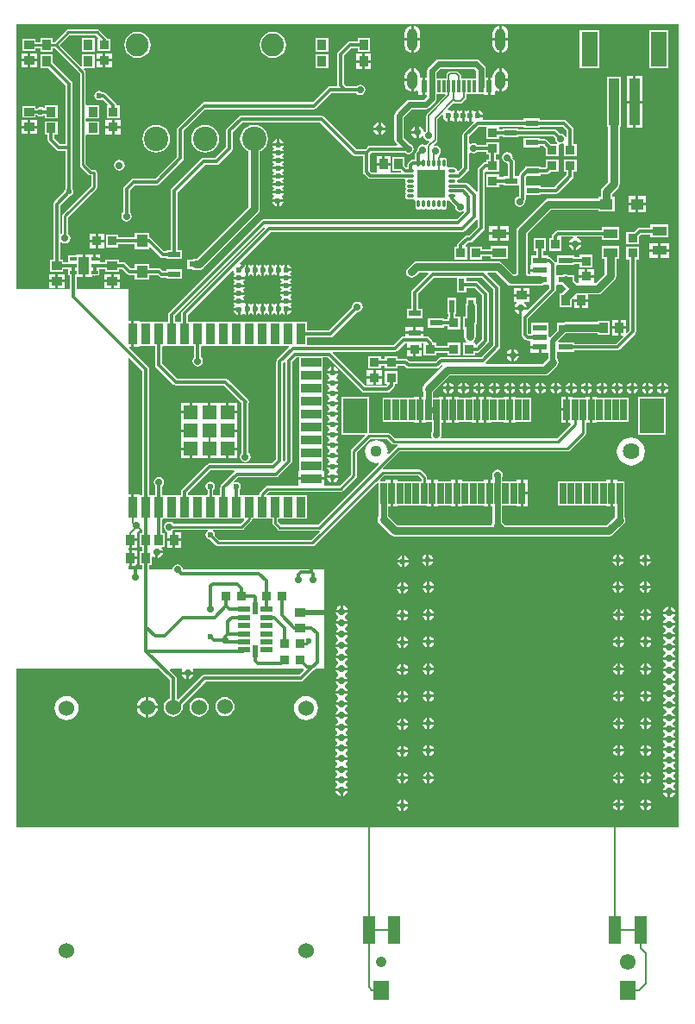
<source format=gtl>
G04 Layer_Physical_Order=1*
G04 Layer_Color=255*
%FSLAX25Y25*%
%MOIN*%
G70*
G01*
G75*
%ADD10R,0.03740X0.03543*%
%ADD11R,0.03543X0.03937*%
%ADD12R,0.03937X0.03347*%
%ADD13R,0.05512X0.03740*%
%ADD14R,0.03543X0.03740*%
%ADD15R,0.04508X0.02165*%
%ADD16R,0.02165X0.04508*%
%ADD17R,0.04921X0.02362*%
%ADD18R,0.04409X0.04882*%
%ADD19R,0.05236X0.05236*%
%ADD20R,0.03543X0.07874*%
%ADD21R,0.07874X0.03543*%
%ADD22R,0.02362X0.04921*%
%ADD23R,0.02362X0.04724*%
%ADD24R,0.01181X0.04724*%
%ADD25O,0.01102X0.03150*%
%ADD26O,0.03150X0.01102*%
%ADD27R,0.10630X0.10630*%
%ADD28R,0.05512X0.02362*%
%ADD29R,0.03347X0.03937*%
%ADD30R,0.04724X0.10630*%
%ADD31R,0.05906X0.07480*%
%ADD32R,0.02559X0.01378*%
%ADD33R,0.04331X0.06693*%
%ADD34R,0.04882X0.04409*%
%ADD35R,0.06299X0.13386*%
%ADD36R,0.03937X0.18110*%
%ADD37R,0.02500X0.08300*%
%ADD38R,0.09600X0.13200*%
%ADD39C,0.01000*%
%ADD40C,0.01181*%
%ADD41C,0.01378*%
%ADD42C,0.03150*%
%ADD43C,0.00591*%
%ADD44C,0.02362*%
%ADD45C,0.00500*%
%ADD46C,0.00602*%
%ADD47C,0.01969*%
%ADD48O,0.03937X0.07087*%
%ADD49O,0.03937X0.08661*%
%ADD50C,0.06102*%
%ADD51C,0.04134*%
%ADD52C,0.06000*%
%ADD53C,0.09449*%
%ADD54C,0.08858*%
%ADD55C,0.06402*%
%ADD56C,0.04402*%
%ADD57C,0.02362*%
%ADD58C,0.02756*%
G36*
X256000Y393800D02*
X256000Y83300D01*
X35Y83300D01*
X35Y144600D01*
X55013D01*
X59245Y140368D01*
Y133231D01*
X58754Y133028D01*
X57997Y132448D01*
X57417Y131691D01*
X57052Y130811D01*
X56928Y129866D01*
X57052Y128921D01*
X57417Y128040D01*
X57997Y127284D01*
X58754Y126704D01*
X59634Y126339D01*
X60579Y126215D01*
X61524Y126339D01*
X62405Y126704D01*
X63161Y127284D01*
X63741Y128040D01*
X64106Y128921D01*
X64230Y129866D01*
X64128Y130641D01*
X73153Y139665D01*
X109800D01*
X110311Y139767D01*
X110744Y140056D01*
X114740Y144053D01*
X114811Y144067D01*
X115244Y144356D01*
X115487Y144600D01*
X118800D01*
X118800Y183100D01*
X64267D01*
X64132Y183780D01*
X63690Y184440D01*
X63030Y184882D01*
X62250Y185037D01*
X61470Y184882D01*
X60810Y184440D01*
X60368Y183780D01*
X60233Y183100D01*
X51255D01*
Y184876D01*
X52214D01*
Y187766D01*
X52714Y188033D01*
X53272Y187660D01*
X53700Y187575D01*
Y189900D01*
X54200D01*
Y190400D01*
X56525D01*
X56440Y190828D01*
X56074Y191376D01*
X56341Y191876D01*
X57309D01*
Y197053D01*
X56256D01*
Y202290D01*
X56609Y202644D01*
X57313Y202644D01*
X57812Y202644D01*
X62029D01*
X62313Y202644D01*
X62813Y202644D01*
X67029D01*
X67313Y202644D01*
X67813Y202644D01*
X72029D01*
X72312Y202644D01*
X72812Y202644D01*
X77029D01*
X77312Y202644D01*
X77812Y202644D01*
X82029D01*
X82313Y202644D01*
X82812Y202644D01*
X87029D01*
X87313Y202644D01*
X87875Y202644D01*
X88067Y202182D01*
X86527Y200642D01*
X60640D01*
X60440Y200940D01*
X59780Y201382D01*
X59000Y201537D01*
X58220Y201382D01*
X57560Y200940D01*
X57118Y200280D01*
X56963Y199500D01*
X57118Y198720D01*
X57560Y198060D01*
X57940Y197806D01*
X58230Y197455D01*
X58248Y197142D01*
Y194965D01*
X60421D01*
Y197433D01*
X60403D01*
X60251Y197933D01*
X60440Y198060D01*
X60640Y198358D01*
X73838D01*
X73990Y197858D01*
X73602Y197599D01*
X73203Y197003D01*
X73064Y196300D01*
X73203Y195597D01*
X73602Y195001D01*
X74197Y194603D01*
X74900Y194464D01*
X75085Y194500D01*
X77092Y192492D01*
X77463Y192245D01*
X77900Y192158D01*
X114400D01*
X114837Y192245D01*
X115208Y192492D01*
X139461Y216746D01*
X139961Y216539D01*
Y207701D01*
X139994D01*
Y203621D01*
X139763Y203276D01*
X139593Y202419D01*
X139763Y201563D01*
X140248Y200837D01*
X144668Y196418D01*
X145394Y195932D01*
X146250Y195762D01*
X229000D01*
X229856Y195932D01*
X230582Y196418D01*
X234752Y200587D01*
X235237Y201313D01*
X235407Y202169D01*
X235237Y203026D01*
X235006Y203372D01*
Y207701D01*
X235039D01*
Y217241D01*
X232270D01*
Y217621D01*
X230520D01*
Y212471D01*
Y207321D01*
X231333D01*
Y203498D01*
X228073Y200238D01*
X188927D01*
X187762Y201403D01*
Y207701D01*
X193124D01*
Y207321D01*
X194874D01*
Y212471D01*
Y217621D01*
X193124D01*
Y217241D01*
X187762D01*
Y218727D01*
X187807Y218795D01*
X187962Y219575D01*
X187807Y220354D01*
X187366Y221015D01*
X186705Y221457D01*
X185925Y221612D01*
X185146Y221457D01*
X184485Y221015D01*
X184043Y220354D01*
X183888Y219575D01*
X184043Y218795D01*
X184089Y218727D01*
Y217621D01*
X183276D01*
Y212471D01*
Y207321D01*
X184089D01*
Y201277D01*
X183858Y200931D01*
X183720Y200238D01*
X147177D01*
X143667Y203748D01*
Y207321D01*
X144480D01*
Y212471D01*
Y217621D01*
X142730D01*
Y217241D01*
X140663D01*
X140456Y217741D01*
X142073Y219358D01*
X155227D01*
X156437Y218148D01*
Y217241D01*
X147230D01*
Y217621D01*
X145480D01*
Y212471D01*
Y207321D01*
X147230D01*
Y207701D01*
X158478D01*
Y207321D01*
X160228D01*
Y212471D01*
Y217621D01*
X158721D01*
Y218621D01*
X158634Y219058D01*
X158386Y219429D01*
X156508Y221307D01*
X156137Y221555D01*
X155700Y221642D01*
X141764D01*
X141546Y222072D01*
X141540Y222125D01*
X148023Y228608D01*
X213000D01*
X213437Y228695D01*
X213808Y228942D01*
X219804Y234939D01*
X220051Y235309D01*
X220138Y235746D01*
Y239605D01*
X221646D01*
Y244755D01*
Y249905D01*
X219896D01*
Y249525D01*
X214947D01*
Y249905D01*
X213197D01*
Y244755D01*
Y239605D01*
X214033D01*
X214240Y239105D01*
X208777Y233642D01*
X164269D01*
X164001Y234142D01*
X164185Y234417D01*
X164340Y235197D01*
X164185Y235976D01*
X164140Y236045D01*
Y239605D01*
X164953D01*
Y244755D01*
Y249905D01*
X163203D01*
Y249525D01*
X160990D01*
Y251575D01*
X167427Y258012D01*
X204250D01*
X205106Y258183D01*
X205832Y258668D01*
X208832Y261668D01*
X209317Y262394D01*
X209488Y263250D01*
X209317Y264106D01*
X208886Y264753D01*
Y267209D01*
X215547D01*
Y267776D01*
X232260D01*
X232732Y267869D01*
X233133Y268137D01*
X239123Y274127D01*
X239390Y274528D01*
X239484Y275000D01*
Y302870D01*
X240740D01*
Y307653D01*
X235760D01*
Y302870D01*
X237016D01*
Y275511D01*
X236088Y274583D01*
X235626Y274775D01*
Y275990D01*
X233453D01*
Y273522D01*
X234373D01*
X234564Y273060D01*
X231749Y270244D01*
X215547D01*
Y270811D01*
X209512D01*
X209305Y271311D01*
X212247Y274252D01*
X224754D01*
Y273902D01*
X229341D01*
Y279079D01*
X224754D01*
Y278728D01*
X212171D01*
X211315Y278558D01*
X210916Y278291D01*
X208795D01*
Y275428D01*
X206205Y272837D01*
X205766Y272975D01*
X205705Y273021D01*
X205705Y274551D01*
X205705Y275051D01*
Y278291D01*
X198953D01*
Y275051D01*
X198953Y274689D01*
Y274338D01*
X198599Y273984D01*
X198011D01*
X197734Y274261D01*
Y279989D01*
X208123Y290377D01*
X208390Y290778D01*
X208484Y291250D01*
Y292802D01*
X208795Y293173D01*
X208984Y293173D01*
X210808D01*
X212481Y291500D01*
X210715Y289734D01*
X210618Y289588D01*
X210004D01*
Y284412D01*
X214591D01*
Y287280D01*
X215068Y287757D01*
X215529Y287566D01*
Y287500D01*
X218203D01*
X220876D01*
Y289262D01*
X224750D01*
X225606Y289433D01*
X226332Y289918D01*
X231144Y294729D01*
X231629Y295455D01*
X231799Y296311D01*
Y302938D01*
X232937D01*
Y307918D01*
X226186D01*
Y302938D01*
X227324D01*
Y297238D01*
X223823Y293738D01*
X223120D01*
Y295809D01*
X217380D01*
Y293738D01*
X216573D01*
X215547Y294763D01*
Y296776D01*
X213426D01*
X213028Y297042D01*
X212171Y297212D01*
X211315Y297042D01*
X210916Y296776D01*
X208984D01*
X208795Y296776D01*
X208484Y297147D01*
Y300283D01*
X208795Y300654D01*
X208984Y300654D01*
X215547D01*
Y301220D01*
X217760D01*
Y299823D01*
X222740D01*
Y304606D01*
X217760D01*
Y303689D01*
X215547D01*
Y304256D01*
X208795D01*
Y301766D01*
X208295Y301614D01*
X208123Y301873D01*
X206668Y303327D01*
X206268Y303595D01*
X205795Y303689D01*
X205705D01*
Y304256D01*
X203563D01*
Y306224D01*
X204720D01*
Y311205D01*
X199937D01*
Y306224D01*
X201095D01*
Y304256D01*
X198953D01*
Y300896D01*
X198573D01*
Y299215D01*
X202329D01*
Y298215D01*
X198573D01*
Y297212D01*
X197962D01*
Y297268D01*
X197612D01*
Y312947D01*
X206677Y322012D01*
X225034D01*
Y321425D01*
X231155D01*
Y327075D01*
X230332D01*
Y328168D01*
X232532Y330368D01*
X233017Y331094D01*
X233188Y331950D01*
Y354008D01*
X233539D01*
Y373358D01*
X228362D01*
Y354008D01*
X228712D01*
Y332877D01*
X226512Y330677D01*
X226027Y329951D01*
X225857Y329095D01*
Y327075D01*
X225034D01*
Y326488D01*
X205750D01*
X204894Y326318D01*
X204168Y325832D01*
X193792Y315456D01*
X193307Y314730D01*
X193136Y313874D01*
Y297268D01*
X192786D01*
Y297212D01*
X192052D01*
X187682Y301582D01*
X186956Y302067D01*
X186100Y302238D01*
X154750D01*
X153894Y302067D01*
X153168Y301582D01*
X151168Y299582D01*
X150682Y298856D01*
X150512Y298000D01*
X150682Y297144D01*
X151168Y296418D01*
X151894Y295933D01*
X152750Y295762D01*
X153606Y295933D01*
X154332Y296418D01*
X155677Y297762D01*
X158922D01*
X159113Y297300D01*
X152922Y291110D01*
X152633Y290677D01*
X152532Y290166D01*
Y283825D01*
X150786D01*
Y280223D01*
X156947D01*
Y283825D01*
X155201D01*
Y289613D01*
X161369Y295782D01*
X170199D01*
Y290053D01*
X173801D01*
Y291799D01*
X177113D01*
X180065Y288847D01*
Y272053D01*
X177844Y269832D01*
X177344Y270039D01*
Y270690D01*
X176593D01*
X176442Y271190D01*
X176782Y271418D01*
X177268Y272144D01*
X177438Y273000D01*
Y277632D01*
X177827Y278215D01*
X177998Y279072D01*
Y284866D01*
X177827Y285722D01*
X177561Y286121D01*
Y287947D01*
X173959D01*
Y286121D01*
X173692Y285722D01*
X173522Y284866D01*
Y280755D01*
X172561D01*
Y275775D01*
X172962D01*
Y273000D01*
X173133Y272144D01*
X173618Y271418D01*
X173958Y271190D01*
X173807Y270690D01*
X172561D01*
Y265710D01*
X177344D01*
Y266865D01*
X178100D01*
X178611Y266967D01*
X179044Y267256D01*
X182344Y270556D01*
X182633Y270989D01*
X182735Y271500D01*
Y289400D01*
X182633Y289911D01*
X182344Y290344D01*
X178610Y294078D01*
X178177Y294367D01*
X177666Y294468D01*
X173801D01*
Y295782D01*
X179831D01*
X184365Y291247D01*
Y269853D01*
X179647Y265135D01*
X164200D01*
X163689Y265033D01*
X163256Y264744D01*
X161847Y263335D01*
X152053D01*
X151319Y264068D01*
X150886Y264357D01*
X150376Y264459D01*
X147390D01*
Y265516D01*
X142410D01*
Y264459D01*
X140790D01*
Y265516D01*
X135810D01*
Y260733D01*
X140790D01*
Y261790D01*
X142410D01*
Y260733D01*
X147390D01*
Y261790D01*
X149823D01*
X150556Y261056D01*
X150989Y260767D01*
X151500Y260665D01*
X162400D01*
X162911Y260767D01*
X163344Y261056D01*
X164515Y262227D01*
X164608Y262204D01*
X164741Y261655D01*
X157571Y254486D01*
X157086Y253760D01*
X156916Y252904D01*
X157086Y252047D01*
X157317Y251701D01*
Y249905D01*
X156504D01*
Y244755D01*
Y239605D01*
X158254D01*
Y239985D01*
X160467D01*
Y236045D01*
X160421Y235976D01*
X160266Y235197D01*
X160421Y234417D01*
X160605Y234142D01*
X160338Y233642D01*
X146273D01*
X144407Y235507D01*
X144037Y235755D01*
X143600Y235842D01*
X136326D01*
Y249612D01*
X125486D01*
Y235173D01*
X134504D01*
X134696Y234711D01*
X129593Y229608D01*
X129345Y229237D01*
X129258Y228800D01*
Y219823D01*
X124827Y215392D01*
X119294D01*
X118795Y215394D01*
X118795Y215892D01*
Y217665D01*
X113858D01*
X108921D01*
X108921Y215394D01*
X108422Y215392D01*
X97000D01*
X96563Y215305D01*
X96193Y215057D01*
X94113Y212978D01*
X93866Y212608D01*
X93779Y212171D01*
Y212111D01*
X93425Y211758D01*
X92529Y211758D01*
X92029Y211758D01*
X87813D01*
X87529Y211758D01*
X87029Y211758D01*
X86155D01*
Y213638D01*
X86219Y213681D01*
X86617Y214276D01*
X86757Y214979D01*
X86617Y215682D01*
X86219Y216278D01*
X85624Y216676D01*
X84921Y216815D01*
X84356Y216703D01*
X84094Y217148D01*
X85611Y218666D01*
X100300D01*
X100772Y218760D01*
X101173Y219027D01*
X106073Y223927D01*
X106340Y224328D01*
X106434Y224800D01*
Y263289D01*
X108111Y264966D01*
X109301D01*
Y261057D01*
X109301Y260774D01*
X109301Y260274D01*
Y256057D01*
X109301Y255774D01*
X109301Y255274D01*
Y251057D01*
X109301Y250774D01*
X109301Y250274D01*
Y246057D01*
X109301Y245774D01*
X109301Y245274D01*
Y241057D01*
X109301Y240774D01*
X109301Y240274D01*
Y236057D01*
X109301Y235774D01*
X109301Y235274D01*
Y231057D01*
X109301Y230774D01*
X109301Y230274D01*
Y226057D01*
X109301Y225774D01*
X109301Y225274D01*
Y220937D01*
X108921D01*
Y218665D01*
X113858D01*
X118795D01*
Y220937D01*
X118415D01*
Y225274D01*
X118415Y225557D01*
X118415Y226057D01*
Y230274D01*
X118415Y230557D01*
X118415Y231057D01*
Y235274D01*
X118415Y235557D01*
X118415Y236057D01*
Y240274D01*
X118415Y240557D01*
X118415Y241057D01*
Y245274D01*
X118415Y245557D01*
X118415Y246057D01*
Y250274D01*
X118415Y250557D01*
X118415Y251057D01*
Y255274D01*
X118415Y255557D01*
X118415Y256057D01*
Y260274D01*
X118415Y260557D01*
X118415Y261057D01*
Y264966D01*
X120289D01*
X133427Y251827D01*
X133828Y251560D01*
X134300Y251466D01*
X143400D01*
X143872Y251560D01*
X144273Y251827D01*
X145773Y253327D01*
X146040Y253728D01*
X146134Y254200D01*
Y254827D01*
X147390D01*
Y259611D01*
X142410D01*
Y254827D01*
X143075D01*
X143282Y254327D01*
X142889Y253934D01*
X134811D01*
X122080Y266665D01*
X122287Y267165D01*
X146400D01*
X146911Y267267D01*
X147344Y267556D01*
X150153Y270365D01*
X151095D01*
Y268700D01*
X153866D01*
X156638D01*
Y270365D01*
X157380D01*
Y265710D01*
X162163D01*
Y266865D01*
X166656D01*
Y265710D01*
X171439D01*
Y270690D01*
X166656D01*
Y269535D01*
X162163D01*
Y270690D01*
X161054D01*
X161005Y270939D01*
X160715Y271372D01*
X159444Y272644D01*
X159011Y272933D01*
X158500Y273035D01*
X157327D01*
Y274005D01*
X150406D01*
Y273035D01*
X149600D01*
X149089Y272933D01*
X148656Y272644D01*
X145847Y269835D01*
X112312D01*
Y272795D01*
X121380D01*
X121891Y272897D01*
X122324Y273186D01*
X131625Y282488D01*
X131750Y282463D01*
X132530Y282618D01*
X133190Y283060D01*
X133632Y283720D01*
X133787Y284500D01*
X133632Y285280D01*
X133190Y285940D01*
X132530Y286382D01*
X131750Y286537D01*
X130970Y286382D01*
X130310Y285940D01*
X129868Y285280D01*
X129713Y284500D01*
X129738Y284375D01*
X120827Y275465D01*
X112312D01*
Y278687D01*
X107529D01*
Y278687D01*
X107313D01*
Y278687D01*
X102813D01*
X102529Y278687D01*
X102029Y278687D01*
X97812D01*
X97529Y278687D01*
X97029Y278687D01*
X92813D01*
X92529Y278687D01*
X92029Y278687D01*
X87813D01*
X87529Y278687D01*
X87029Y278687D01*
X82812D01*
X82529Y278687D01*
X82029Y278687D01*
X77812D01*
X77529Y278687D01*
X77029Y278687D01*
X72812D01*
X72529Y278687D01*
X72029Y278687D01*
X67813D01*
X67529Y278687D01*
X67029Y278687D01*
X66255D01*
Y281368D01*
X83320Y298432D01*
X83862Y298268D01*
X83946Y297849D01*
X84412Y297150D01*
X83946Y296451D01*
X83876Y296100D01*
X88124D01*
X88108Y296184D01*
X88516Y296592D01*
X88600Y296576D01*
Y298700D01*
Y300824D01*
X88249Y300755D01*
X87550Y300288D01*
X86851Y300755D01*
X86432Y300838D01*
X86268Y301380D01*
X98303Y313415D01*
X172250D01*
X172761Y313517D01*
X173194Y313806D01*
X177765Y318378D01*
X178265Y318171D01*
Y315553D01*
X174847Y312135D01*
X174100D01*
X173589Y312033D01*
X173156Y311744D01*
X170808Y309396D01*
X170519Y308963D01*
X170417Y308452D01*
Y307752D01*
X169360D01*
Y302772D01*
X174144D01*
Y307752D01*
X173646D01*
X173439Y308252D01*
X174653Y309465D01*
X175400D01*
X175911Y309567D01*
X176344Y309856D01*
X180544Y314056D01*
X180833Y314489D01*
X180935Y315000D01*
Y336516D01*
X181101Y336629D01*
X181545Y336764D01*
Y336764D01*
X186525D01*
Y341547D01*
X185370D01*
Y343453D01*
X186525D01*
Y348236D01*
X181545D01*
Y347179D01*
X178167D01*
X178096Y347285D01*
X177435Y347726D01*
X176656Y347882D01*
X175876Y347726D01*
X175585Y347532D01*
X175085Y347799D01*
Y350447D01*
X178813Y354175D01*
X181059D01*
X181545Y354142D01*
X181545Y353675D01*
Y349358D01*
X186525D01*
Y350415D01*
X187821D01*
Y349949D01*
X193982D01*
Y350415D01*
X207447D01*
X208238Y349625D01*
X208213Y349500D01*
X208368Y348720D01*
X208810Y348060D01*
X208969Y347953D01*
X208818Y347453D01*
X206531D01*
X205050Y348934D01*
X204617Y349223D01*
X204106Y349325D01*
X202250D01*
Y349791D01*
X196089D01*
Y346189D01*
X202250D01*
Y346656D01*
X203554D01*
X204545Y345664D01*
Y342670D01*
X209525D01*
Y347097D01*
X210001Y347513D01*
X210250Y347463D01*
X211030Y347618D01*
X211146Y347696D01*
X211545Y347361D01*
Y342670D01*
X216526D01*
Y347453D01*
X215370D01*
Y353215D01*
X215268Y353725D01*
X214979Y354158D01*
X212684Y356453D01*
X212251Y356743D01*
X211740Y356844D01*
X202250D01*
Y357311D01*
X196089D01*
Y356844D01*
X180381D01*
X180145Y357285D01*
X180254Y357449D01*
X180324Y357800D01*
X178200D01*
Y358300D01*
X177700D01*
Y360424D01*
X177349Y360355D01*
X176800Y359988D01*
X176251Y360355D01*
X175900Y360424D01*
Y358300D01*
Y356176D01*
X176251Y356245D01*
X176440Y356372D01*
X176495Y356340D01*
X176578Y355715D01*
X172806Y351944D01*
X172517Y351511D01*
X172415Y351000D01*
Y338553D01*
X170880Y337018D01*
X170645Y337072D01*
X170375Y337220D01*
X170302Y337586D01*
X170043Y337974D01*
X169656Y338233D01*
X169199Y338324D01*
X167152D01*
X167067Y338307D01*
X166567Y338525D01*
X166408Y339024D01*
X166415Y339060D01*
Y341107D01*
X166324Y341564D01*
X166065Y341952D01*
X165678Y342210D01*
X165221Y342301D01*
X164764Y342210D01*
X164499Y342034D01*
X164372Y342226D01*
X163858Y342568D01*
X163375Y342665D01*
X163231Y343066D01*
X163225Y343165D01*
X163440Y343310D01*
X163882Y343970D01*
X164037Y344750D01*
X163882Y345530D01*
X163440Y346190D01*
X162780Y346632D01*
X162000Y346787D01*
X161732Y346734D01*
X161162Y347125D01*
X161144Y347223D01*
X162473Y348551D01*
X162677Y348856D01*
X162748Y349216D01*
X162742Y349246D01*
Y357092D01*
X164345Y358694D01*
X164806Y358448D01*
X164776Y358300D01*
X164945Y357449D01*
X165427Y356728D01*
X166149Y356245D01*
X166500Y356176D01*
Y358300D01*
X167500D01*
Y356176D01*
X167851Y356245D01*
X168400Y356612D01*
X168949Y356245D01*
X169300Y356176D01*
Y358300D01*
Y360424D01*
X168949Y360355D01*
X168400Y359988D01*
X167851Y360355D01*
X167000Y360524D01*
X166852Y360494D01*
X166606Y360955D01*
X169047Y363396D01*
X169349Y363194D01*
X169706Y363123D01*
X171756D01*
X172113Y363194D01*
X172416Y363396D01*
X173643Y364624D01*
X173846Y364927D01*
X173917Y365284D01*
Y366808D01*
X180448D01*
Y366428D01*
X182129D01*
Y369790D01*
Y373152D01*
X181316D01*
Y376420D01*
X181176Y377123D01*
X180778Y377719D01*
X178798Y379698D01*
X178203Y380097D01*
X177500Y380236D01*
X163300D01*
X162597Y380097D01*
X162002Y379698D01*
X159283Y376980D01*
X158885Y376385D01*
X158746Y375682D01*
Y373152D01*
X157932D01*
Y369790D01*
Y366428D01*
X158746D01*
Y365843D01*
X157382Y364479D01*
X152043D01*
X151340Y364339D01*
X150744Y363941D01*
X146502Y359699D01*
X146103Y359103D01*
X145964Y358400D01*
Y349200D01*
X146103Y348497D01*
X146502Y347902D01*
X147106Y347297D01*
X146915Y346835D01*
X136700D01*
X136189Y346733D01*
X135756Y346444D01*
X135470Y346016D01*
X134789Y345335D01*
X131553D01*
X118744Y358144D01*
X118311Y358433D01*
X117800Y358535D01*
X86800D01*
X86289Y358433D01*
X85856Y358144D01*
X81456Y353744D01*
X81167Y353311D01*
X81065Y352800D01*
Y346353D01*
X76847Y342135D01*
X72300D01*
X71789Y342033D01*
X71356Y341744D01*
X59922Y330310D01*
X59633Y329877D01*
X59531Y329366D01*
Y306525D01*
X57785D01*
Y306059D01*
X57078D01*
X52229Y310908D01*
X51796Y311198D01*
X51325Y311291D01*
Y313025D01*
X45675D01*
Y311299D01*
X39392D01*
Y312455D01*
X34608D01*
Y307474D01*
X39392D01*
Y308630D01*
X45675D01*
Y306904D01*
X51325D01*
Y307385D01*
X51787Y307576D01*
X55582Y303781D01*
X56015Y303491D01*
X56526Y303390D01*
X57785D01*
Y302923D01*
X63947D01*
Y306525D01*
X62201D01*
Y328813D01*
X72853Y339465D01*
X77400D01*
X77911Y339567D01*
X78344Y339856D01*
X83344Y344856D01*
X83633Y345289D01*
X83735Y345800D01*
Y352247D01*
X87353Y355865D01*
X117247D01*
X130056Y343056D01*
X130489Y342767D01*
X131000Y342665D01*
X133966D01*
Y336700D01*
X134060Y336228D01*
X134327Y335827D01*
X135866Y334289D01*
X136266Y334021D01*
X136738Y333927D01*
X149930D01*
X150256Y333427D01*
X150209Y333193D01*
X150300Y332736D01*
X150410Y332571D01*
X150559Y332069D01*
X150300Y331682D01*
X150209Y331225D01*
X150300Y330768D01*
X150410Y330602D01*
X150517Y330241D01*
X150411Y329878D01*
X150300Y329713D01*
X150209Y329256D01*
X150300Y328799D01*
X150410Y328634D01*
X150517Y328271D01*
X150410Y327909D01*
X150300Y327745D01*
X150209Y327288D01*
X150300Y326831D01*
X150559Y326443D01*
X150946Y326184D01*
X151403Y326093D01*
X153450D01*
X153937Y325895D01*
X154192Y325395D01*
X154185Y325359D01*
Y323312D01*
X154276Y322855D01*
X154535Y322468D01*
X154922Y322209D01*
X155379Y322118D01*
X155836Y322209D01*
X156224Y322468D01*
X156502D01*
X156890Y322209D01*
X157347Y322118D01*
X157804Y322209D01*
X157969Y322320D01*
X158331Y322426D01*
X158694Y322320D01*
X158859Y322209D01*
X159316Y322118D01*
X159773Y322209D01*
X160161Y322468D01*
X160439D01*
X160827Y322209D01*
X161284Y322118D01*
X161741Y322209D01*
X161906Y322320D01*
X162268Y322426D01*
X162630Y322320D01*
X162796Y322209D01*
X163253Y322118D01*
X163710Y322209D01*
X164097Y322468D01*
X164346D01*
X164733Y322209D01*
X165190Y322118D01*
X165647Y322209D01*
X166034Y322468D01*
X166293Y322855D01*
X166384Y323312D01*
Y325359D01*
X166377Y325395D01*
X166567Y325895D01*
X167044Y325839D01*
X167302Y325453D01*
X169470Y323285D01*
X169463Y323250D01*
X169618Y322470D01*
X170060Y321810D01*
X170720Y321368D01*
X171500Y321213D01*
X172280Y321368D01*
X172515Y321525D01*
X172656Y321530D01*
X173075Y321298D01*
X173079Y321216D01*
X170197Y318335D01*
X95500D01*
X94989Y318233D01*
X94556Y317944D01*
X58977Y282365D01*
X58688Y281932D01*
X58586Y281421D01*
Y279041D01*
X58233Y278687D01*
X57529Y278687D01*
X57029Y278687D01*
X52812D01*
X52529Y278687D01*
X52029Y278687D01*
X47692D01*
Y279067D01*
X45421D01*
Y274130D01*
Y269193D01*
X47692D01*
Y269573D01*
X52029D01*
X52312Y269573D01*
X52812Y269573D01*
X53586D01*
Y262079D01*
X53688Y261568D01*
X53977Y261135D01*
X60556Y254556D01*
X60989Y254267D01*
X61500Y254165D01*
X80197D01*
X87065Y247297D01*
Y228011D01*
X86960Y227940D01*
X86518Y227280D01*
X86363Y226500D01*
X86518Y225720D01*
X86960Y225060D01*
X87620Y224618D01*
X88400Y224463D01*
X89180Y224618D01*
X89840Y225060D01*
X90282Y225720D01*
X90437Y226500D01*
X90282Y227280D01*
X89840Y227940D01*
X89735Y228011D01*
Y247247D01*
X89835Y247750D01*
X89733Y248261D01*
X89444Y248694D01*
X81694Y256444D01*
X81261Y256733D01*
X80750Y256835D01*
X62053D01*
X56256Y262632D01*
Y269219D01*
X56609Y269573D01*
X57313Y269573D01*
X57812Y269573D01*
X62313D01*
Y269573D01*
X62529D01*
Y269573D01*
X67029D01*
X67313Y269573D01*
X67813Y269573D01*
X68586D01*
Y264958D01*
X68560Y264940D01*
X68118Y264280D01*
X67963Y263500D01*
X68118Y262720D01*
X68560Y262060D01*
X69220Y261618D01*
X70000Y261463D01*
X70780Y261618D01*
X71440Y262060D01*
X71882Y262720D01*
X72037Y263500D01*
X71882Y264280D01*
X71440Y264940D01*
X71255Y265064D01*
Y269219D01*
X71609Y269573D01*
X72312Y269573D01*
X72812Y269573D01*
X77029D01*
X77312Y269573D01*
X77812Y269573D01*
X82029D01*
X82313Y269573D01*
X82812Y269573D01*
X87029D01*
X87313Y269573D01*
X87813Y269573D01*
X92029D01*
X92313Y269573D01*
X92813Y269573D01*
X97029D01*
X97312Y269573D01*
X97812Y269573D01*
X102029D01*
X102313Y269573D01*
X102813Y269573D01*
X105278D01*
X105485Y269073D01*
X100756Y264344D01*
X100467Y263911D01*
X100365Y263400D01*
Y225753D01*
X98547Y223935D01*
X74500D01*
X73989Y223833D01*
X73556Y223544D01*
X63977Y213965D01*
X63688Y213532D01*
X63586Y213021D01*
Y212111D01*
X63233Y211758D01*
X62529Y211758D01*
X62029Y211758D01*
X57812D01*
X57529Y211758D01*
X57029Y211758D01*
X56256D01*
Y215186D01*
X56440Y215310D01*
X56882Y215970D01*
X57037Y216750D01*
X56882Y217530D01*
X56440Y218190D01*
X55780Y218632D01*
X55000Y218787D01*
X54220Y218632D01*
X53560Y218190D01*
X53118Y217530D01*
X52963Y216750D01*
X53118Y215970D01*
X53560Y215310D01*
X53586Y215292D01*
Y211758D01*
X52529D01*
Y211758D01*
X52312D01*
Y211758D01*
X51256D01*
Y260329D01*
X51154Y260840D01*
X50865Y261273D01*
X43444Y268693D01*
X43652Y269193D01*
X44421D01*
Y274130D01*
Y279067D01*
X43100D01*
Y291300D01*
X23201D01*
Y296118D01*
X25500D01*
Y300465D01*
Y304811D01*
X22835D01*
Y304333D01*
X19967D01*
Y301799D01*
X18089D01*
Y302711D01*
X16835D01*
Y309370D01*
X17194Y309514D01*
X17335Y309543D01*
X17970Y309118D01*
X18750Y308963D01*
X19530Y309118D01*
X20190Y309560D01*
X20632Y310220D01*
X20787Y311000D01*
X20632Y311780D01*
X20190Y312440D01*
X19892Y312640D01*
Y319177D01*
X30808Y330093D01*
X31055Y330463D01*
X31142Y330900D01*
Y336430D01*
X31055Y336867D01*
X30808Y337238D01*
X30437Y337485D01*
X30000Y337572D01*
X28943D01*
X26742Y339773D01*
Y350875D01*
X27179Y351027D01*
X27242Y351027D01*
X31962D01*
Y356204D01*
X27242D01*
X27179Y356204D01*
X26742Y356355D01*
Y357174D01*
X27179Y357326D01*
X27242Y357326D01*
X31962D01*
Y362503D01*
X27242D01*
X27179Y362503D01*
X26742Y362654D01*
Y375215D01*
X26655Y375652D01*
X26408Y376022D01*
X26094Y376335D01*
X26286Y376797D01*
X30148D01*
Y381974D01*
X25364D01*
Y377719D01*
X24902Y377528D01*
X16745Y385685D01*
X20518Y389458D01*
X30727D01*
X31646Y388539D01*
X31455Y388077D01*
X31410D01*
Y383293D01*
X36390D01*
Y388077D01*
X35007D01*
X34955Y388337D01*
X34707Y388707D01*
X32008Y391407D01*
X31637Y391655D01*
X31200Y391742D01*
X20045D01*
X19608Y391655D01*
X19237Y391407D01*
X14657Y386827D01*
X14006D01*
Y388274D01*
X9223D01*
Y386827D01*
X7389D01*
Y387978D01*
X2211D01*
Y383392D01*
X7389D01*
Y384543D01*
X9223D01*
Y383097D01*
X14006D01*
Y384543D01*
X14657D01*
X24458Y374742D01*
Y339300D01*
X24545Y338863D01*
X24792Y338492D01*
X27662Y335623D01*
X28033Y335375D01*
X28470Y335288D01*
X28858D01*
Y331373D01*
X17943Y320458D01*
X17695Y320087D01*
X17608Y319650D01*
Y312830D01*
X17318Y312589D01*
X17151Y312630D01*
X16835Y312820D01*
Y323697D01*
X20314Y327176D01*
X20953Y327303D01*
X21549Y327701D01*
X21947Y328297D01*
X22086Y329000D01*
X21947Y329703D01*
X21585Y330244D01*
Y346100D01*
Y370750D01*
X21483Y371261D01*
X21194Y371694D01*
X14006Y378882D01*
Y381974D01*
X9223D01*
Y376797D01*
X12315D01*
X18915Y370197D01*
Y347435D01*
X16953D01*
X14764Y349624D01*
Y351027D01*
X15821D01*
Y356204D01*
X11038D01*
Y351027D01*
X12094D01*
Y349071D01*
X12196Y348560D01*
X12485Y348127D01*
X15456Y345156D01*
X15889Y344867D01*
X16400Y344765D01*
X18915D01*
Y330244D01*
X18553Y329703D01*
X18426Y329064D01*
X14556Y325194D01*
X14267Y324761D01*
X14165Y324250D01*
Y302711D01*
X12912D01*
Y298124D01*
X18089D01*
Y299130D01*
X19967D01*
Y296597D01*
X20531D01*
Y291300D01*
X0D01*
Y393800D01*
X256000Y393800D01*
D02*
G37*
G36*
X177643Y375660D02*
Y372772D01*
X171948D01*
Y373585D01*
X171877Y373942D01*
X171796Y374063D01*
X171675Y374245D01*
X170660Y375260D01*
X170357Y375462D01*
X170000Y375533D01*
X167600D01*
X167243Y375462D01*
X166940Y375260D01*
X166418Y374738D01*
X166216Y374435D01*
X166145Y374078D01*
Y372772D01*
X162418D01*
Y374921D01*
X164061Y376564D01*
X176739D01*
X177643Y375660D01*
D02*
G37*
G36*
X212701Y352662D02*
Y349983D01*
X212201Y349934D01*
X212132Y350280D01*
X211690Y350940D01*
X211030Y351382D01*
X210250Y351537D01*
X210125Y351512D01*
X208944Y352694D01*
X208511Y352983D01*
X208000Y353085D01*
X193982D01*
Y353551D01*
X187821D01*
Y353085D01*
X186879D01*
X186525Y353438D01*
X186525Y354142D01*
X187012Y354175D01*
X196089D01*
Y353709D01*
X202250D01*
Y354175D01*
X211187D01*
X212701Y352662D01*
D02*
G37*
G36*
X165853Y366308D02*
X158623Y359077D01*
X158431Y358789D01*
X158363Y358450D01*
Y357710D01*
X158317Y357478D01*
Y352494D01*
X157893Y352210D01*
X157541Y352280D01*
X157351Y352369D01*
X157240Y352928D01*
X156714Y353714D01*
X155928Y354240D01*
X155500Y354325D01*
Y352000D01*
Y349675D01*
X155928Y349760D01*
X156714Y350286D01*
X156772Y350371D01*
X157302Y350265D01*
X157368Y349935D01*
X157810Y349274D01*
X158470Y348833D01*
X159238Y348680D01*
X159276Y348625D01*
X159478Y348213D01*
X158652Y347387D01*
X158543Y347223D01*
X157963Y347009D01*
X157780Y347132D01*
X157000Y347287D01*
X156220Y347132D01*
X155560Y346690D01*
X155118Y346030D01*
X154963Y345250D01*
X154988Y345125D01*
X154436Y344573D01*
X154146Y344140D01*
X154045Y343629D01*
Y341418D01*
X153119D01*
X152608Y341317D01*
X152175Y341027D01*
X151484Y340335D01*
X151194Y339902D01*
X151093Y339392D01*
X151193Y338887D01*
Y338705D01*
X150693Y338505D01*
X149996Y339202D01*
Y342338D01*
X145410D01*
Y337161D01*
X148500D01*
X148743Y336861D01*
X148540Y336396D01*
X144746D01*
X144471Y336782D01*
X144471Y336896D01*
Y339250D01*
X141797D01*
X139124D01*
Y336896D01*
X139124Y336782D01*
X138848Y336396D01*
X137250D01*
X136434Y337211D01*
Y343489D01*
X137111Y344165D01*
X149989D01*
X150060Y344060D01*
X150720Y343618D01*
X151500Y343463D01*
X152280Y343618D01*
X152940Y344060D01*
X153382Y344720D01*
X153537Y345500D01*
X153382Y346280D01*
X152940Y346940D01*
X152280Y347382D01*
X152199Y347398D01*
X149636Y349961D01*
Y357639D01*
X152803Y360806D01*
X158143D01*
X158845Y360946D01*
X159441Y361344D01*
X161881Y363783D01*
X162279Y364379D01*
X162418Y365082D01*
Y366808D01*
X165646D01*
X165853Y366308D01*
D02*
G37*
G36*
X181545Y343453D02*
X182701D01*
Y341547D01*
X181545D01*
Y340490D01*
X181356D01*
X180845Y340389D01*
X180412Y340099D01*
X178656Y338344D01*
X178367Y337911D01*
X178265Y337400D01*
Y329127D01*
X177765Y328920D01*
X174517Y332168D01*
X174084Y332458D01*
X173573Y332559D01*
X173069Y332459D01*
X170673D01*
X170346Y332959D01*
X170393Y333193D01*
X170346Y333427D01*
X170347Y333431D01*
X170695Y333845D01*
X170731Y333863D01*
X170912Y333827D01*
X171422Y333928D01*
X171855Y334218D01*
X174694Y337056D01*
X174983Y337489D01*
X175085Y338000D01*
Y343890D01*
X175585Y344157D01*
X175876Y343962D01*
X176656Y343807D01*
X177435Y343962D01*
X178096Y344404D01*
X178167Y344510D01*
X181545D01*
Y343453D01*
D02*
G37*
G36*
X189543Y293392D02*
X190269Y292907D01*
X191126Y292737D01*
X192786D01*
Y292681D01*
X197962D01*
Y292737D01*
X202329D01*
X202329Y292737D01*
X203185Y292907D01*
X203584Y293173D01*
X205705D01*
X206016Y292802D01*
Y291761D01*
X197605Y283351D01*
X197326Y283500D01*
X195300D01*
Y281545D01*
X195517Y281208D01*
X195360Y280972D01*
X195266Y280500D01*
Y273750D01*
X195360Y273278D01*
X195627Y272877D01*
X196627Y271877D01*
X197028Y271610D01*
X197500Y271516D01*
X198207D01*
X198573Y271191D01*
Y269510D01*
X202329D01*
Y269010D01*
X202829D01*
Y266829D01*
X205614D01*
Y264779D01*
X203323Y262488D01*
X181461D01*
X181275Y262988D01*
X186644Y268356D01*
X186933Y268789D01*
X187035Y269300D01*
Y291800D01*
X186933Y292311D01*
X186644Y292744D01*
X182087Y297300D01*
X182279Y297762D01*
X185173D01*
X189543Y293392D01*
D02*
G37*
G36*
X95736Y315331D02*
X95901Y314788D01*
X63977Y282865D01*
X63688Y282432D01*
X63586Y281921D01*
Y278687D01*
X62529D01*
Y278687D01*
X62313D01*
Y278687D01*
X61256D01*
Y280868D01*
X95721Y315334D01*
X95736Y315331D01*
D02*
G37*
G36*
X144992Y231693D02*
X145363Y231445D01*
X145800Y231358D01*
X147330D01*
X147380Y230858D01*
X147113Y230805D01*
X146742Y230557D01*
X143864Y227679D01*
X143390Y227912D01*
X143482Y228613D01*
X143332Y229754D01*
X142892Y230817D01*
X142192Y231730D01*
X141279Y232430D01*
X140216Y232870D01*
X139075Y233021D01*
X137934Y232870D01*
X136871Y232430D01*
X135958Y231730D01*
X135258Y230817D01*
X134817Y229754D01*
X134667Y228613D01*
X134817Y227472D01*
X135258Y226409D01*
X135958Y225496D01*
X136871Y224796D01*
X137934Y224355D01*
X139075Y224205D01*
X139775Y224297D01*
X140009Y223824D01*
X116577Y200392D01*
X102223D01*
X101063Y201552D01*
Y202290D01*
X101416Y202644D01*
X102313Y202644D01*
X102813Y202644D01*
X107029D01*
X107313Y202644D01*
X107812Y202644D01*
X112312D01*
Y211758D01*
X107812D01*
X107529Y211758D01*
X107029Y211758D01*
X102813D01*
X102529Y211758D01*
X102029Y211758D01*
X97529D01*
Y211758D01*
X97312D01*
Y211758D01*
X96776D01*
X96585Y212220D01*
X97473Y213108D01*
X125300D01*
X125737Y213195D01*
X126108Y213442D01*
X131208Y218543D01*
X131455Y218913D01*
X131542Y219350D01*
Y228327D01*
X136773Y233558D01*
X143127D01*
X144992Y231693D01*
D02*
G37*
G36*
X103966Y263125D02*
Y225311D01*
X103467Y224813D01*
X103007Y225059D01*
X103035Y225200D01*
Y262847D01*
X103504Y263316D01*
X103966Y263125D01*
D02*
G37*
G36*
X84219Y220797D02*
X84220Y220765D01*
X79048Y215594D01*
X78781Y215193D01*
X78687Y214721D01*
Y212111D01*
X78333Y211758D01*
X77529Y211758D01*
X77029Y211758D01*
X76063D01*
Y213818D01*
X76219Y213922D01*
X76617Y214518D01*
X76757Y215221D01*
X76617Y215924D01*
X76219Y216519D01*
X75624Y216917D01*
X74921Y217057D01*
X74218Y216917D01*
X73622Y216519D01*
X73224Y215924D01*
X73084Y215221D01*
X73224Y214518D01*
X73622Y213922D01*
X73779Y213818D01*
Y212111D01*
X73425Y211758D01*
X72529Y211758D01*
X72029Y211758D01*
X67813D01*
X67529Y211758D01*
X67029Y211758D01*
X66255D01*
Y212468D01*
X75053Y221265D01*
X84065D01*
X84219Y220797D01*
D02*
G37*
G36*
X48586Y259776D02*
Y211758D01*
X47692D01*
Y212138D01*
X45421D01*
Y207201D01*
X44421D01*
Y212138D01*
X43100D01*
X43100Y264609D01*
X43562Y264801D01*
X48586Y259776D01*
D02*
G37*
G36*
X98779Y201079D02*
X98866Y200642D01*
X99113Y200272D01*
X100943Y198442D01*
X101313Y198195D01*
X101750Y198108D01*
X116886D01*
X117104Y197678D01*
X117110Y197625D01*
X113927Y194442D01*
X78373D01*
X76700Y196115D01*
X76736Y196300D01*
X76597Y197003D01*
X76199Y197599D01*
X75810Y197858D01*
X75962Y198358D01*
X87000D01*
X87437Y198445D01*
X87808Y198693D01*
X90728Y201613D01*
X90976Y201984D01*
X91063Y202421D01*
X91286Y202644D01*
X92313Y202644D01*
X92813Y202644D01*
X97312D01*
Y202644D01*
X97529D01*
Y202644D01*
X98779D01*
Y201079D01*
D02*
G37*
G36*
X48586Y198541D02*
Y197053D01*
X47628D01*
Y191876D01*
X48586D01*
Y190053D01*
X47628D01*
Y184876D01*
X48586D01*
Y183100D01*
X43100D01*
Y184496D01*
X43515D01*
Y187464D01*
Y190433D01*
X43100D01*
Y191496D01*
X43515D01*
Y194465D01*
X44015D01*
Y194965D01*
X46689D01*
Y197433D01*
X47048Y197773D01*
X47814Y198286D01*
X48086Y198692D01*
X48586Y198541D01*
D02*
G37*
G36*
X111013Y144100D02*
X109247Y142335D01*
X72600D01*
X72089Y142233D01*
X71656Y141944D01*
X62595Y132882D01*
X62405Y133028D01*
X61914Y133231D01*
Y140921D01*
X61812Y141432D01*
X61523Y141865D01*
X59249Y144138D01*
X59441Y144600D01*
X63779D01*
X64015Y144159D01*
X63860Y143928D01*
X63775Y143500D01*
X68425D01*
X68340Y143928D01*
X68186Y144159D01*
X68421Y144600D01*
X110805D01*
X111013Y144100D01*
D02*
G37*
%LPC*%
G36*
X153523Y393191D02*
Y388400D01*
X156017D01*
Y390262D01*
X155915Y391037D01*
X155616Y391759D01*
X155140Y392379D01*
X154520Y392855D01*
X153798Y393154D01*
X153523Y393191D01*
D02*
G37*
G36*
X187539Y393191D02*
Y388400D01*
X190033D01*
Y390262D01*
X189931Y391037D01*
X189632Y391759D01*
X189156Y392379D01*
X188536Y392855D01*
X187814Y393154D01*
X187539Y393191D01*
D02*
G37*
G36*
X186539Y393191D02*
X186264Y393154D01*
X185542Y392855D01*
X184922Y392379D01*
X184446Y391759D01*
X184147Y391037D01*
X184045Y390262D01*
Y388400D01*
X186539D01*
Y393191D01*
D02*
G37*
G36*
X152523Y393191D02*
X152248Y393154D01*
X151526Y392855D01*
X150906Y392379D01*
X150430Y391759D01*
X150131Y391037D01*
X150029Y390262D01*
Y388400D01*
X152523D01*
Y393191D01*
D02*
G37*
G36*
X30148Y388274D02*
X25364D01*
Y383097D01*
X30148D01*
Y388274D01*
D02*
G37*
G36*
X136573Y388274D02*
X131790D01*
Y387020D01*
X128785D01*
X128274Y386918D01*
X127841Y386629D01*
X124156Y382944D01*
X123867Y382511D01*
X123765Y382000D01*
Y370200D01*
X123788Y370085D01*
X123471Y369699D01*
X121114D01*
X120603Y369597D01*
X120170Y369308D01*
X114447Y363585D01*
X72450D01*
X71939Y363483D01*
X71506Y363194D01*
X62456Y354144D01*
X62167Y353711D01*
X62065Y353200D01*
Y342553D01*
X53722Y334210D01*
X45125D01*
X44614Y334108D01*
X44181Y333819D01*
X41556Y331194D01*
X41267Y330761D01*
X41165Y330250D01*
Y321011D01*
X41060Y320940D01*
X40618Y320280D01*
X40463Y319500D01*
X40618Y318720D01*
X41060Y318060D01*
X41720Y317618D01*
X42500Y317463D01*
X43280Y317618D01*
X43940Y318060D01*
X44382Y318720D01*
X44537Y319500D01*
X44382Y320280D01*
X43940Y320940D01*
X43835Y321011D01*
Y329697D01*
X45678Y331540D01*
X54275D01*
X54786Y331642D01*
X55219Y331931D01*
X64344Y341056D01*
X64633Y341489D01*
X64735Y342000D01*
Y352647D01*
X73003Y360915D01*
X115000D01*
X115511Y361017D01*
X115944Y361306D01*
X121667Y367030D01*
X131353D01*
X131424Y366924D01*
X132085Y366482D01*
X132864Y366327D01*
X133644Y366482D01*
X134305Y366924D01*
X134746Y367585D01*
X134901Y368364D01*
X134746Y369144D01*
X134305Y369805D01*
X133644Y370246D01*
X132864Y370401D01*
X132085Y370246D01*
X131424Y369805D01*
X131353Y369699D01*
X127489D01*
X126435Y370753D01*
Y381447D01*
X129338Y384350D01*
X131790D01*
Y383097D01*
X136573D01*
Y388274D01*
D02*
G37*
G36*
X120431D02*
X115648D01*
Y383097D01*
X120431D01*
Y388274D01*
D02*
G37*
G36*
X156017Y387400D02*
X153523D01*
Y382610D01*
X153798Y382646D01*
X154520Y382945D01*
X155140Y383421D01*
X155616Y384041D01*
X155915Y384763D01*
X156017Y385538D01*
Y387400D01*
D02*
G37*
G36*
X186539D02*
X184045D01*
Y385538D01*
X184147Y384763D01*
X184446Y384041D01*
X184922Y383421D01*
X185542Y382945D01*
X186264Y382646D01*
X186539Y382610D01*
Y387400D01*
D02*
G37*
G36*
X190033D02*
X187539D01*
Y382610D01*
X187814Y382646D01*
X188536Y382945D01*
X189156Y383421D01*
X189632Y384041D01*
X189931Y384763D01*
X190033Y385538D01*
Y387400D01*
D02*
G37*
G36*
X152523D02*
X150029D01*
Y385538D01*
X150131Y384763D01*
X150430Y384041D01*
X150906Y383421D01*
X151526Y382945D01*
X152248Y382646D01*
X152523Y382610D01*
Y387400D01*
D02*
G37*
G36*
X99079Y390778D02*
X97761Y390604D01*
X96532Y390095D01*
X95478Y389286D01*
X94668Y388231D01*
X94160Y387003D01*
X93986Y385685D01*
X94160Y384367D01*
X94668Y383139D01*
X95478Y382084D01*
X96532Y381275D01*
X97761Y380766D01*
X99079Y380592D01*
X100397Y380766D01*
X101625Y381275D01*
X102680Y382084D01*
X103489Y383139D01*
X103998Y384367D01*
X104171Y385685D01*
X103998Y387003D01*
X103489Y388231D01*
X102680Y389286D01*
X101625Y390095D01*
X100397Y390604D01*
X99079Y390778D01*
D02*
G37*
G36*
X46716D02*
X45399Y390604D01*
X44170Y390095D01*
X43115Y389286D01*
X42306Y388231D01*
X41797Y387003D01*
X41624Y385685D01*
X41797Y384367D01*
X42306Y383139D01*
X43115Y382084D01*
X44170Y381275D01*
X45399Y380766D01*
X46716Y380592D01*
X48035Y380766D01*
X49263Y381275D01*
X50318Y382084D01*
X51127Y383139D01*
X51636Y384367D01*
X51809Y385685D01*
X51636Y387003D01*
X51127Y388231D01*
X50318Y389286D01*
X49263Y390095D01*
X48035Y390604D01*
X46716Y390778D01*
D02*
G37*
G36*
X36770Y382551D02*
X34400D01*
Y380280D01*
X36770D01*
Y382551D01*
D02*
G37*
G36*
X33400D02*
X31030D01*
Y380280D01*
X33400D01*
Y382551D01*
D02*
G37*
G36*
X7768Y382453D02*
X5300D01*
Y380280D01*
X7768D01*
Y382453D01*
D02*
G37*
G36*
X4300D02*
X1832D01*
Y380280D01*
X4300D01*
Y382453D01*
D02*
G37*
G36*
X136953Y382354D02*
X134681D01*
Y379886D01*
X136953D01*
Y382354D01*
D02*
G37*
G36*
X133681D02*
X131410D01*
Y379886D01*
X133681D01*
Y382354D01*
D02*
G37*
G36*
X7768Y379280D02*
X5300D01*
Y377106D01*
X7768D01*
Y379280D01*
D02*
G37*
G36*
X4300D02*
X1832D01*
Y377106D01*
X4300D01*
Y379280D01*
D02*
G37*
G36*
X36770D02*
X34400D01*
Y377008D01*
X36770D01*
Y379280D01*
D02*
G37*
G36*
X33400D02*
X31030D01*
Y377008D01*
X33400D01*
Y379280D01*
D02*
G37*
G36*
X252043Y391469D02*
X244503D01*
Y376843D01*
X252043D01*
Y391469D01*
D02*
G37*
G36*
X225271D02*
X217731D01*
Y376843D01*
X225271D01*
Y391469D01*
D02*
G37*
G36*
X120431Y381974D02*
X115648D01*
Y376797D01*
X120431D01*
Y381974D01*
D02*
G37*
G36*
X136953Y378886D02*
X134681D01*
Y376417D01*
X136953D01*
Y378886D01*
D02*
G37*
G36*
X133681D02*
X131410D01*
Y376417D01*
X133681D01*
Y378886D01*
D02*
G37*
G36*
X187539Y376655D02*
Y372652D01*
X190033D01*
Y373727D01*
X189931Y374502D01*
X189632Y375224D01*
X189156Y375844D01*
X188536Y376320D01*
X187814Y376619D01*
X187539Y376655D01*
D02*
G37*
G36*
X152523Y376655D02*
X152248Y376619D01*
X151526Y376320D01*
X150906Y375844D01*
X150430Y375224D01*
X150131Y374502D01*
X150029Y373727D01*
Y372652D01*
X152523D01*
Y376655D01*
D02*
G37*
G36*
X190033Y371652D02*
X187539D01*
Y367649D01*
X187814Y367685D01*
X188536Y367984D01*
X189156Y368460D01*
X189632Y369080D01*
X189931Y369802D01*
X190033Y370577D01*
Y371652D01*
D02*
G37*
G36*
X186539Y376655D02*
X186264Y376619D01*
X185542Y376320D01*
X184922Y375844D01*
X184446Y375224D01*
X184147Y374502D01*
X184045Y373727D01*
Y373152D01*
X183129D01*
Y369790D01*
Y366428D01*
X184810D01*
Y367916D01*
X185310Y368162D01*
X185542Y367984D01*
X186264Y367685D01*
X186539Y367649D01*
Y372152D01*
Y376655D01*
D02*
G37*
G36*
X152523Y371652D02*
X150029D01*
Y370577D01*
X150131Y369802D01*
X150430Y369080D01*
X150906Y368460D01*
X151526Y367984D01*
X152248Y367685D01*
X152523Y367649D01*
Y371652D01*
D02*
G37*
G36*
X153523Y376655D02*
Y372152D01*
X153023D01*
D01*
X153523D01*
Y367649D01*
X153798Y367685D01*
X154520Y367984D01*
X154751Y368162D01*
X155251Y367915D01*
Y366428D01*
X156932D01*
Y369790D01*
Y373152D01*
X156017D01*
Y373727D01*
X155915Y374502D01*
X155616Y375224D01*
X155140Y375844D01*
X154520Y376320D01*
X153798Y376619D01*
X153523Y376655D01*
D02*
G37*
G36*
X241792Y373738D02*
X239324D01*
Y364183D01*
X241792D01*
Y373738D01*
D02*
G37*
G36*
X238324D02*
X235856D01*
Y364183D01*
X238324D01*
Y373738D01*
D02*
G37*
G36*
X15821Y362503D02*
X11038D01*
Y361456D01*
X10798Y361323D01*
X10537Y361253D01*
X10003Y361611D01*
X9300Y361751D01*
X8597Y361611D01*
X8002Y361213D01*
X7959Y361149D01*
X7389D01*
Y362207D01*
X2211D01*
Y357621D01*
X7389D01*
Y358680D01*
X7959D01*
X8002Y358616D01*
X8597Y358218D01*
X9300Y358078D01*
X10003Y358218D01*
X10537Y358575D01*
X10798Y358505D01*
X11038Y358373D01*
Y357326D01*
X15821D01*
Y362503D01*
D02*
G37*
G36*
X174900Y360424D02*
X174549Y360355D01*
X174000Y359988D01*
X173451Y360355D01*
X173100Y360424D01*
Y358300D01*
Y356176D01*
X173451Y356245D01*
X174000Y356612D01*
X174549Y356245D01*
X174900Y356176D01*
Y358300D01*
Y360424D01*
D02*
G37*
G36*
X172100D02*
X171749Y360355D01*
X171200Y359988D01*
X170651Y360355D01*
X170300Y360424D01*
Y358300D01*
Y356176D01*
X170651Y356245D01*
X171200Y356612D01*
X171749Y356245D01*
X172100Y356176D01*
Y358300D01*
Y360424D01*
D02*
G37*
G36*
X178700D02*
Y358800D01*
X180324D01*
X180254Y359151D01*
X179772Y359873D01*
X179051Y360355D01*
X178700Y360424D01*
D02*
G37*
G36*
X31900Y368036D02*
X31197Y367897D01*
X30602Y367498D01*
X30203Y366903D01*
X30064Y366200D01*
X30203Y365497D01*
X30602Y364901D01*
X31197Y364503D01*
X31900Y364364D01*
X32603Y364503D01*
X33111Y364843D01*
X35187Y362768D01*
X34995Y362306D01*
X34810D01*
Y357523D01*
X39790D01*
Y362306D01*
X38534D01*
Y362400D01*
X38440Y362872D01*
X38173Y363273D01*
X34373Y367073D01*
X33972Y367340D01*
X33500Y367434D01*
X33241D01*
X33198Y367498D01*
X32603Y367897D01*
X31900Y368036D01*
D02*
G37*
G36*
X40170Y356780D02*
X37800D01*
Y354509D01*
X40170D01*
Y356780D01*
D02*
G37*
G36*
X36800D02*
X34430D01*
Y354509D01*
X36800D01*
Y356780D01*
D02*
G37*
G36*
X7768Y356682D02*
X5300D01*
Y354509D01*
X7768D01*
Y356682D01*
D02*
G37*
G36*
X4300D02*
X1832D01*
Y354509D01*
X4300D01*
Y356682D01*
D02*
G37*
G36*
X140800Y355725D02*
Y353900D01*
X142625D01*
X142540Y354328D01*
X142014Y355114D01*
X141228Y355640D01*
X140800Y355725D01*
D02*
G37*
G36*
X139800D02*
X139372Y355640D01*
X138586Y355114D01*
X138060Y354328D01*
X137975Y353900D01*
X139800D01*
Y355725D01*
D02*
G37*
G36*
X241792Y363183D02*
X239324D01*
Y353628D01*
X241792D01*
Y363183D01*
D02*
G37*
G36*
X238324D02*
X235856D01*
Y353628D01*
X238324D01*
Y363183D01*
D02*
G37*
G36*
X7768Y353509D02*
X5300D01*
Y351335D01*
X7768D01*
Y353509D01*
D02*
G37*
G36*
X4300D02*
X1832D01*
Y351335D01*
X4300D01*
Y353509D01*
D02*
G37*
G36*
X40170D02*
X37800D01*
Y351237D01*
X40170D01*
Y353509D01*
D02*
G37*
G36*
X36800D02*
X34430D01*
Y351237D01*
X36800D01*
Y353509D01*
D02*
G37*
G36*
X142625Y352900D02*
X140800D01*
Y351075D01*
X141228Y351160D01*
X142014Y351686D01*
X142540Y352472D01*
X142625Y352900D01*
D02*
G37*
G36*
X139800D02*
X137975D01*
X138060Y352472D01*
X138586Y351686D01*
X139372Y351160D01*
X139800Y351075D01*
Y352900D01*
D02*
G37*
G36*
X101600Y349324D02*
Y347700D01*
X103224D01*
X103155Y348051D01*
X102673Y348773D01*
X101951Y349255D01*
X101600Y349324D01*
D02*
G37*
G36*
X100600D02*
X100249Y349255D01*
X99528Y348773D01*
X99045Y348051D01*
X98976Y347700D01*
X100600D01*
Y349324D01*
D02*
G37*
G36*
X103224Y346700D02*
X98976D01*
X99045Y346349D01*
X99479Y345700D01*
X99045Y345051D01*
X98976Y344700D01*
X103224D01*
X103155Y345051D01*
X102721Y345700D01*
X103155Y346349D01*
X103224Y346700D01*
D02*
G37*
G36*
X72898Y354855D02*
X71503Y354671D01*
X70202Y354133D01*
X69086Y353276D01*
X68229Y352160D01*
X67691Y350860D01*
X67507Y349465D01*
X67691Y348069D01*
X68229Y346769D01*
X69086Y345653D01*
X70202Y344796D01*
X71503Y344258D01*
X72898Y344074D01*
X74293Y344258D01*
X75593Y344796D01*
X76709Y345653D01*
X77566Y346769D01*
X78105Y348069D01*
X78288Y349465D01*
X78105Y350860D01*
X77566Y352160D01*
X76709Y353276D01*
X75593Y354133D01*
X74293Y354671D01*
X72898Y354855D01*
D02*
G37*
G36*
X54000D02*
X52605Y354671D01*
X51305Y354133D01*
X50188Y353276D01*
X49332Y352160D01*
X48793Y350860D01*
X48610Y349465D01*
X48793Y348069D01*
X49332Y346769D01*
X50188Y345653D01*
X51305Y344796D01*
X52605Y344258D01*
X54000Y344074D01*
X55395Y344258D01*
X56695Y344796D01*
X57812Y345653D01*
X58668Y346769D01*
X59207Y348069D01*
X59390Y349465D01*
X59207Y350860D01*
X58668Y352160D01*
X57812Y353276D01*
X56695Y354133D01*
X55395Y354671D01*
X54000Y354855D01*
D02*
G37*
G36*
X103224Y343700D02*
X98976D01*
X99045Y343349D01*
X99479Y342700D01*
X99045Y342051D01*
X98976Y341700D01*
X103224D01*
X103155Y342051D01*
X102721Y342700D01*
X103155Y343349D01*
X103224Y343700D01*
D02*
G37*
G36*
Y340700D02*
X98976D01*
X99045Y340349D01*
X99512Y339650D01*
X99045Y338951D01*
X98976Y338600D01*
X103224D01*
X103155Y338951D01*
X102688Y339650D01*
X103155Y340349D01*
X103224Y340700D01*
D02*
G37*
G36*
X39750Y341287D02*
X38970Y341132D01*
X38310Y340690D01*
X37868Y340030D01*
X37713Y339250D01*
X37868Y338470D01*
X38310Y337810D01*
X38970Y337368D01*
X39750Y337213D01*
X40530Y337368D01*
X41190Y337810D01*
X41632Y338470D01*
X41787Y339250D01*
X41632Y340030D01*
X41190Y340690D01*
X40530Y341132D01*
X39750Y341287D01*
D02*
G37*
G36*
X103224Y337600D02*
X98976D01*
X99045Y337249D01*
X99512Y336550D01*
X99045Y335851D01*
X98976Y335500D01*
X103224D01*
X103155Y335851D01*
X102688Y336550D01*
X103155Y337249D01*
X103224Y337600D01*
D02*
G37*
G36*
X189750Y344287D02*
X188970Y344132D01*
X188310Y343690D01*
X187868Y343030D01*
X187713Y342250D01*
X187868Y341470D01*
X188310Y340810D01*
X188970Y340368D01*
X189750Y340213D01*
X190067Y339810D01*
Y335051D01*
X188321D01*
Y334585D01*
X186525D01*
Y335642D01*
X181545D01*
Y330858D01*
X186525D01*
Y331915D01*
X188321D01*
Y331449D01*
X194165D01*
Y327221D01*
X193720Y327132D01*
X193060Y326690D01*
X192618Y326030D01*
X192463Y325250D01*
X192618Y324470D01*
X193060Y323810D01*
X193720Y323368D01*
X194500Y323213D01*
X195280Y323368D01*
X195940Y323810D01*
X196382Y324470D01*
X196537Y325250D01*
X196507Y325401D01*
X196733Y325739D01*
X196835Y326250D01*
Y327689D01*
X202750D01*
Y328155D01*
X208490D01*
X209001Y328257D01*
X209434Y328547D01*
X214979Y334092D01*
X215268Y334525D01*
X215370Y335035D01*
Y336764D01*
X216526D01*
Y341547D01*
X211545D01*
Y336764D01*
X212701D01*
Y335588D01*
X207937Y330825D01*
X202750D01*
Y331291D01*
X196835D01*
Y334697D01*
X197346Y335209D01*
X202750D01*
Y335675D01*
X204890D01*
X205400Y335777D01*
X205833Y336066D01*
X206531Y336764D01*
X209525D01*
Y341547D01*
X204545D01*
Y338553D01*
X204337Y338345D01*
X202750D01*
Y338811D01*
X196589D01*
Y338136D01*
X196316Y337953D01*
X194556Y336194D01*
X194267Y335761D01*
X194165Y335250D01*
Y335051D01*
X192736D01*
Y340598D01*
X192635Y341109D01*
X192345Y341542D01*
X191762Y342125D01*
X191787Y342250D01*
X191632Y343030D01*
X191190Y343690D01*
X190530Y344132D01*
X189750Y344287D01*
D02*
G37*
G36*
X103224Y334500D02*
X98976D01*
X99045Y334149D01*
X99479Y333500D01*
X99045Y332851D01*
X98976Y332500D01*
X103224D01*
X103155Y332851D01*
X102721Y333500D01*
X103155Y334149D01*
X103224Y334500D01*
D02*
G37*
G36*
Y331500D02*
X98976D01*
X99045Y331149D01*
X99479Y330500D01*
X99045Y329851D01*
X98976Y329500D01*
X103224D01*
X103155Y329851D01*
X102721Y330500D01*
X103155Y331149D01*
X103224Y331500D01*
D02*
G37*
G36*
Y328500D02*
X98976D01*
X99045Y328149D01*
X99528Y327428D01*
X99345Y326948D01*
X98945Y326351D01*
X98876Y326000D01*
X103124D01*
X103054Y326351D01*
X102573Y327073D01*
X102755Y327552D01*
X103155Y328149D01*
X103224Y328500D01*
D02*
G37*
G36*
X243347Y327455D02*
X240406D01*
Y324750D01*
X243347D01*
Y327455D01*
D02*
G37*
G36*
X239405D02*
X236465D01*
Y324750D01*
X239405D01*
Y327455D01*
D02*
G37*
G36*
X103124Y325000D02*
X101500D01*
Y323376D01*
X101851Y323445D01*
X102573Y323927D01*
X103054Y324649D01*
X103124Y325000D01*
D02*
G37*
G36*
X100500D02*
X98876D01*
X98945Y324649D01*
X99427Y323927D01*
X100149Y323445D01*
X100500Y323376D01*
Y325000D01*
D02*
G37*
G36*
X243347Y323750D02*
X240406D01*
Y321045D01*
X243347D01*
Y323750D01*
D02*
G37*
G36*
X239405D02*
X236465D01*
Y321045D01*
X239405D01*
Y323750D01*
D02*
G37*
G36*
X190267Y315779D02*
X187012D01*
Y313409D01*
X190267D01*
Y315779D01*
D02*
G37*
G36*
X186012D02*
X182756D01*
Y313409D01*
X186012D01*
Y315779D01*
D02*
G37*
G36*
X251814Y316276D02*
X245063D01*
Y315020D01*
X240869D01*
X240397Y314927D01*
X239996Y314659D01*
X238896Y313559D01*
X235760D01*
Y308776D01*
X240740D01*
Y311912D01*
X241380Y312552D01*
X245063D01*
Y311296D01*
X251814D01*
Y316276D01*
D02*
G37*
G36*
X33866Y312835D02*
X31594D01*
Y310465D01*
X33866D01*
Y312835D01*
D02*
G37*
G36*
X30594D02*
X28323D01*
Y310465D01*
X30594D01*
Y312835D01*
D02*
G37*
G36*
X232937Y315399D02*
X226186D01*
Y314143D01*
X209409D01*
X208936Y314049D01*
X208536Y313781D01*
X207362Y312607D01*
X207094Y312207D01*
X207000Y311734D01*
Y311205D01*
X205843D01*
Y306224D01*
X210626D01*
Y311205D01*
X210626D01*
X210699Y311674D01*
X215096D01*
X215145Y311175D01*
X214972Y311140D01*
X214186Y310614D01*
X213660Y309828D01*
X213575Y309400D01*
X218225D01*
X218140Y309828D01*
X217614Y310614D01*
X216828Y311140D01*
X216654Y311175D01*
X216704Y311674D01*
X226186D01*
Y310419D01*
X232937D01*
Y315399D01*
D02*
G37*
G36*
X190267Y312409D02*
X187012D01*
Y310039D01*
X190267D01*
Y312409D01*
D02*
G37*
G36*
X186012D02*
X182756D01*
Y310039D01*
X186012D01*
Y312409D01*
D02*
G37*
G36*
X33866Y309465D02*
X31594D01*
Y307095D01*
X33866D01*
Y309465D01*
D02*
G37*
G36*
X30594D02*
X28323D01*
Y307095D01*
X30594D01*
Y309465D01*
D02*
G37*
G36*
X252194Y309176D02*
X248938D01*
Y306806D01*
X252194D01*
Y309176D01*
D02*
G37*
G36*
X247938D02*
X244683D01*
Y306806D01*
X247938D01*
Y309176D01*
D02*
G37*
G36*
X189887Y307918D02*
X183136D01*
Y306596D01*
X180049D01*
Y307752D01*
X175266D01*
Y302772D01*
X180049D01*
Y303927D01*
X183136D01*
Y302938D01*
X189887D01*
Y307918D01*
D02*
G37*
G36*
X218225Y308400D02*
X216400D01*
Y306575D01*
X216828Y306660D01*
X217614Y307186D01*
X218140Y307972D01*
X218225Y308400D01*
D02*
G37*
G36*
X215400D02*
X213575D01*
X213660Y307972D01*
X214186Y307186D01*
X214972Y306660D01*
X215400Y306575D01*
Y308400D01*
D02*
G37*
G36*
X32413Y304713D02*
X30634D01*
Y303524D01*
X32413D01*
Y304713D01*
D02*
G37*
G36*
X252194Y305806D02*
X248938D01*
Y303436D01*
X252194D01*
Y305806D01*
D02*
G37*
G36*
X247938D02*
X244683D01*
Y303436D01*
X247938D01*
Y305806D01*
D02*
G37*
G36*
X103600Y300924D02*
X103249Y300855D01*
X102650Y300454D01*
X102051Y300855D01*
X101700Y300924D01*
Y298800D01*
Y296477D01*
X101877Y296300D01*
X106224D01*
X106155Y296651D01*
X105721Y297300D01*
X106155Y297949D01*
X106224Y298300D01*
X104100D01*
Y298800D01*
X103600D01*
Y300924D01*
D02*
G37*
G36*
X100700D02*
X100349Y300855D01*
X99700Y300421D01*
X99051Y300855D01*
X98700Y300924D01*
Y298800D01*
Y296676D01*
X99051Y296745D01*
X99700Y297179D01*
X100349Y296745D01*
X100700Y296676D01*
Y298800D01*
Y300924D01*
D02*
G37*
G36*
X97700D02*
X97349Y300855D01*
X96627Y300373D01*
X96595Y300324D01*
X95951Y300755D01*
X95600Y300824D01*
Y298700D01*
Y296576D01*
X95951Y296645D01*
X96672Y297128D01*
X96705Y297176D01*
X97349Y296745D01*
X97700Y296676D01*
Y298800D01*
Y300924D01*
D02*
G37*
G36*
X94600Y300824D02*
X94249Y300755D01*
X93600Y300321D01*
X92951Y300755D01*
X92600Y300824D01*
Y298700D01*
Y296576D01*
X92951Y296645D01*
X93600Y297079D01*
X94249Y296645D01*
X94600Y296576D01*
Y298700D01*
Y300824D01*
D02*
G37*
G36*
X91600D02*
X91249Y300755D01*
X90600Y300321D01*
X89951Y300755D01*
X89600Y300824D01*
Y298700D01*
Y296576D01*
X89951Y296645D01*
X90600Y297079D01*
X91249Y296645D01*
X91600Y296576D01*
Y298700D01*
Y300824D01*
D02*
G37*
G36*
X104600Y300924D02*
Y299300D01*
X106224D01*
X106155Y299651D01*
X105673Y300373D01*
X104951Y300855D01*
X104600Y300924D01*
D02*
G37*
G36*
X91795Y354855D02*
X90400Y354671D01*
X89100Y354133D01*
X87984Y353276D01*
X87127Y352160D01*
X86588Y350860D01*
X86405Y349465D01*
X86588Y348069D01*
X87127Y346769D01*
X87984Y345653D01*
X89100Y344796D01*
X89557Y344607D01*
Y323222D01*
X69538Y303202D01*
X69134D01*
X68278Y303032D01*
X67879Y302766D01*
X66053D01*
Y299164D01*
X67879D01*
X68278Y298897D01*
X69134Y298727D01*
X70465D01*
X71321Y298897D01*
X71720Y299164D01*
X72215D01*
Y299550D01*
X93378Y320713D01*
X93863Y321439D01*
X94033Y322295D01*
Y344607D01*
X94490Y344796D01*
X95607Y345653D01*
X96464Y346769D01*
X97002Y348069D01*
X97186Y349465D01*
X97002Y350860D01*
X96464Y352160D01*
X95607Y353276D01*
X94490Y354133D01*
X93190Y354671D01*
X91795Y354855D01*
D02*
G37*
G36*
X223120Y299081D02*
X220750D01*
Y296809D01*
X223120D01*
Y299081D01*
D02*
G37*
G36*
X219750D02*
X217380D01*
Y296809D01*
X219750D01*
Y299081D01*
D02*
G37*
G36*
X29165Y304811D02*
X26500D01*
Y300465D01*
Y296118D01*
X29165D01*
Y296597D01*
X30005D01*
X30134Y296571D01*
X30263Y296597D01*
X32033D01*
Y299130D01*
X34411D01*
Y298124D01*
X39588D01*
Y299083D01*
X40780D01*
X42653Y297210D01*
X43086Y296920D01*
X43597Y296819D01*
X45675D01*
Y295093D01*
X51325D01*
Y296819D01*
X54544D01*
X55102Y296261D01*
X55534Y295972D01*
X56045Y295870D01*
X57785D01*
Y295404D01*
X63947D01*
Y299006D01*
X57785D01*
Y298539D01*
X56598D01*
X56040Y299097D01*
X55607Y299387D01*
X55097Y299488D01*
X51325D01*
Y301215D01*
X45675D01*
Y299488D01*
X44149D01*
X42276Y301361D01*
X41843Y301650D01*
X41333Y301752D01*
X39588D01*
Y302711D01*
X34411D01*
Y301799D01*
X32413D01*
Y302524D01*
X30134D01*
Y303024D01*
X29634D01*
Y304713D01*
X29165D01*
Y304811D01*
D02*
G37*
G36*
X39968Y297185D02*
X37500D01*
Y295012D01*
X39968D01*
Y297185D01*
D02*
G37*
G36*
X36500D02*
X34032D01*
Y295012D01*
X36500D01*
Y297185D01*
D02*
G37*
G36*
X18469D02*
X16000D01*
Y295012D01*
X18469D01*
Y297185D01*
D02*
G37*
G36*
X15000D02*
X12531D01*
Y295012D01*
X15000D01*
Y297185D01*
D02*
G37*
G36*
X106224Y295300D02*
X101976D01*
X102046Y294949D01*
X102479Y294300D01*
X102046Y293651D01*
X101976Y293300D01*
X106224D01*
X106155Y293651D01*
X105721Y294300D01*
X106155Y294949D01*
X106224Y295300D01*
D02*
G37*
G36*
X88124Y295100D02*
X83876D01*
X83946Y294749D01*
X84379Y294100D01*
X83946Y293451D01*
X83876Y293100D01*
X88124D01*
X88055Y293451D01*
X87621Y294100D01*
X88055Y294749D01*
X88124Y295100D01*
D02*
G37*
G36*
X39968Y294012D02*
X37500D01*
Y291839D01*
X39968D01*
Y294012D01*
D02*
G37*
G36*
X36500D02*
X34032D01*
Y291839D01*
X36500D01*
Y294012D01*
D02*
G37*
G36*
X18469D02*
X16000D01*
Y291839D01*
X18469D01*
Y294012D01*
D02*
G37*
G36*
X15000D02*
X12531D01*
Y291839D01*
X15000D01*
Y294012D01*
D02*
G37*
G36*
X106224Y292300D02*
X101976D01*
X102046Y291949D01*
X102479Y291300D01*
X102046Y290651D01*
X101976Y290300D01*
X106224D01*
X106155Y290651D01*
X105721Y291300D01*
X106155Y291949D01*
X106224Y292300D01*
D02*
G37*
G36*
X88124Y292100D02*
X83876D01*
X83946Y291749D01*
X84379Y291100D01*
X83946Y290451D01*
X83876Y290100D01*
X88124D01*
X88055Y290451D01*
X87621Y291100D01*
X88055Y291749D01*
X88124Y292100D01*
D02*
G37*
G36*
X106224Y289300D02*
X101976D01*
X102046Y288949D01*
X102527Y288228D01*
X102576Y288195D01*
X102146Y287551D01*
X102076Y287200D01*
X106324D01*
X106254Y287551D01*
X105772Y288273D01*
X105724Y288305D01*
X106155Y288949D01*
X106224Y289300D01*
D02*
G37*
G36*
X88124Y289100D02*
X83876D01*
X83946Y288749D01*
X84379Y288100D01*
X83946Y287451D01*
X83876Y287100D01*
X88124D01*
X88055Y287451D01*
X87621Y288100D01*
X88055Y288749D01*
X88124Y289100D01*
D02*
G37*
G36*
X100700Y285824D02*
X100349Y285755D01*
X99700Y285321D01*
X99051Y285755D01*
X98700Y285824D01*
Y283700D01*
Y281576D01*
X99051Y281645D01*
X99700Y282079D01*
X100349Y281645D01*
X100700Y281576D01*
Y283700D01*
Y285824D01*
D02*
G37*
G36*
X97700D02*
X97349Y285755D01*
X96700Y285321D01*
X96051Y285755D01*
X95700Y285824D01*
Y283700D01*
Y281576D01*
X96051Y281645D01*
X96700Y282079D01*
X97349Y281645D01*
X97700Y281576D01*
Y283700D01*
Y285824D01*
D02*
G37*
G36*
X94700D02*
X94349Y285755D01*
X93700Y285321D01*
X93051Y285755D01*
X92700Y285824D01*
Y283700D01*
Y281576D01*
X93051Y281645D01*
X93700Y282079D01*
X94349Y281645D01*
X94700Y281576D01*
Y283700D01*
Y285824D01*
D02*
G37*
G36*
X91700D02*
X91349Y285755D01*
X90700Y285321D01*
X90051Y285755D01*
X89700Y285824D01*
Y283700D01*
Y281576D01*
X90051Y281645D01*
X90700Y282079D01*
X91349Y281645D01*
X91700Y281576D01*
Y283700D01*
Y285824D01*
D02*
G37*
G36*
X220876Y286500D02*
X218703D01*
Y284032D01*
X220876D01*
Y286500D01*
D02*
G37*
G36*
X217703D02*
X215529D01*
Y284032D01*
X217703D01*
Y286500D01*
D02*
G37*
G36*
X106324Y283200D02*
X104700D01*
Y281576D01*
X105051Y281645D01*
X105772Y282127D01*
X106254Y282849D01*
X106324Y283200D01*
D02*
G37*
G36*
Y286200D02*
X102001D01*
X101700Y285899D01*
Y283700D01*
Y281576D01*
X102051Y281645D01*
X102700Y282079D01*
X103349Y281645D01*
X103700Y281576D01*
Y283700D01*
X104200D01*
Y284200D01*
X106324D01*
X106254Y284551D01*
X105821Y285200D01*
X106254Y285849D01*
X106324Y286200D01*
D02*
G37*
G36*
X88220Y286100D02*
X83876D01*
X83946Y285749D01*
X84412Y285050D01*
X83946Y284351D01*
X83876Y284000D01*
X86000D01*
Y283500D01*
X86500D01*
Y281376D01*
X86851Y281445D01*
X87572Y281927D01*
X87682Y282091D01*
X88349Y281645D01*
X88700Y281576D01*
Y283700D01*
Y285824D01*
X88574Y285799D01*
X88220Y286100D01*
D02*
G37*
G36*
X85500Y283000D02*
X83876D01*
X83946Y282649D01*
X84427Y281927D01*
X85149Y281445D01*
X85500Y281376D01*
Y283000D01*
D02*
G37*
G36*
X170041Y287947D02*
X166439D01*
Y281785D01*
X166905D01*
Y280755D01*
X166656D01*
Y279599D01*
X165215D01*
Y280066D01*
X159053D01*
Y276464D01*
X165215D01*
Y276930D01*
X166656D01*
Y275775D01*
X171439D01*
Y280755D01*
X169575D01*
Y281785D01*
X170041D01*
Y287947D01*
D02*
G37*
G36*
X235626Y279459D02*
X233453D01*
Y276990D01*
X235626D01*
Y279459D01*
D02*
G37*
G36*
X232453D02*
X230279D01*
Y276990D01*
X232453D01*
Y279459D01*
D02*
G37*
G36*
X157327Y276686D02*
X154366D01*
Y275005D01*
X157327D01*
Y276686D01*
D02*
G37*
G36*
X153366D02*
X150406D01*
Y275005D01*
X153366D01*
Y276686D01*
D02*
G37*
G36*
X232453Y275990D02*
X230279D01*
Y273522D01*
X232453D01*
Y275990D01*
D02*
G37*
G36*
X156638Y267700D02*
X154366D01*
Y265330D01*
X156638D01*
Y267700D01*
D02*
G37*
G36*
X153366D02*
X151095D01*
Y265330D01*
X153366D01*
Y267700D01*
D02*
G37*
G36*
X122700Y261324D02*
Y259700D01*
X124324D01*
X124255Y260051D01*
X123773Y260772D01*
X123051Y261255D01*
X122700Y261324D01*
D02*
G37*
G36*
X121700D02*
X121349Y261255D01*
X120627Y260772D01*
X120145Y260051D01*
X120076Y259700D01*
X121700D01*
Y261324D01*
D02*
G37*
G36*
X141170Y259991D02*
X138800D01*
Y257719D01*
X141170D01*
Y259991D01*
D02*
G37*
G36*
X137800D02*
X135430D01*
Y257719D01*
X137800D01*
Y259991D01*
D02*
G37*
G36*
X124324Y258700D02*
X120076D01*
X120145Y258349D01*
X120627Y257628D01*
X120893Y257450D01*
Y256950D01*
X120627Y256772D01*
X120145Y256051D01*
X120076Y255700D01*
X124324D01*
X124255Y256051D01*
X123773Y256772D01*
X123507Y256950D01*
Y257450D01*
X123773Y257628D01*
X124255Y258349D01*
X124324Y258700D01*
D02*
G37*
G36*
X141170Y256719D02*
X138800D01*
Y254447D01*
X141170D01*
Y256719D01*
D02*
G37*
G36*
X137800D02*
X135430D01*
Y254447D01*
X137800D01*
Y256719D01*
D02*
G37*
G36*
X250300Y255224D02*
Y253600D01*
X251924D01*
X251855Y253951D01*
X251373Y254673D01*
X250651Y255155D01*
X250300Y255224D01*
D02*
G37*
G36*
X249300D02*
X248949Y255155D01*
X248228Y254673D01*
X247745Y253951D01*
X247676Y253600D01*
X249300D01*
Y255224D01*
D02*
G37*
G36*
X244400D02*
Y253600D01*
X246024D01*
X245955Y253951D01*
X245473Y254673D01*
X244751Y255155D01*
X244400Y255224D01*
D02*
G37*
G36*
X243400D02*
X243049Y255155D01*
X242327Y254673D01*
X241845Y253951D01*
X241776Y253600D01*
X243400D01*
Y255224D01*
D02*
G37*
G36*
X238500D02*
Y253600D01*
X240124D01*
X240055Y253951D01*
X239573Y254673D01*
X238851Y255155D01*
X238500Y255224D01*
D02*
G37*
G36*
X237500D02*
X237149Y255155D01*
X236427Y254673D01*
X235945Y253951D01*
X235876Y253600D01*
X237500D01*
Y255224D01*
D02*
G37*
G36*
X232700D02*
Y253600D01*
X234324D01*
X234255Y253951D01*
X233772Y254673D01*
X233051Y255155D01*
X232700Y255224D01*
D02*
G37*
G36*
X231700D02*
X231349Y255155D01*
X230627Y254673D01*
X230145Y253951D01*
X230076Y253600D01*
X231700D01*
Y255224D01*
D02*
G37*
G36*
X226800D02*
Y253600D01*
X228424D01*
X228355Y253951D01*
X227872Y254673D01*
X227151Y255155D01*
X226800Y255224D01*
D02*
G37*
G36*
X225800D02*
X225449Y255155D01*
X224728Y254673D01*
X224245Y253951D01*
X224176Y253600D01*
X225800D01*
Y255224D01*
D02*
G37*
G36*
X220800D02*
Y253600D01*
X222424D01*
X222355Y253951D01*
X221872Y254673D01*
X221151Y255155D01*
X220800Y255224D01*
D02*
G37*
G36*
X219800D02*
X219449Y255155D01*
X218727Y254673D01*
X218245Y253951D01*
X218176Y253600D01*
X219800D01*
Y255224D01*
D02*
G37*
G36*
X214900D02*
Y253600D01*
X216524D01*
X216455Y253951D01*
X215972Y254673D01*
X215251Y255155D01*
X214900Y255224D01*
D02*
G37*
G36*
X213900D02*
X213549Y255155D01*
X212827Y254673D01*
X212345Y253951D01*
X212276Y253600D01*
X213900D01*
Y255224D01*
D02*
G37*
G36*
X209000D02*
Y253600D01*
X210624D01*
X210555Y253951D01*
X210072Y254673D01*
X209351Y255155D01*
X209000Y255224D01*
D02*
G37*
G36*
X208000D02*
X207649Y255155D01*
X206927Y254673D01*
X206445Y253951D01*
X206376Y253600D01*
X208000D01*
Y255224D01*
D02*
G37*
G36*
X203000D02*
Y253600D01*
X204624D01*
X204555Y253951D01*
X204072Y254673D01*
X203351Y255155D01*
X203000Y255224D01*
D02*
G37*
G36*
X202000D02*
X201649Y255155D01*
X200927Y254673D01*
X200446Y253951D01*
X200376Y253600D01*
X202000D01*
Y255224D01*
D02*
G37*
G36*
X197000D02*
Y253600D01*
X198624D01*
X198555Y253951D01*
X198073Y254673D01*
X197351Y255155D01*
X197000Y255224D01*
D02*
G37*
G36*
X196000D02*
X195649Y255155D01*
X194928Y254673D01*
X194446Y253951D01*
X194376Y253600D01*
X196000D01*
Y255224D01*
D02*
G37*
G36*
X191100D02*
Y253600D01*
X192724D01*
X192655Y253951D01*
X192173Y254673D01*
X191451Y255155D01*
X191100Y255224D01*
D02*
G37*
G36*
X190100D02*
X189749Y255155D01*
X189028Y254673D01*
X188546Y253951D01*
X188476Y253600D01*
X190100D01*
Y255224D01*
D02*
G37*
G36*
X185200D02*
Y253600D01*
X186824D01*
X186755Y253951D01*
X186273Y254673D01*
X185551Y255155D01*
X185200Y255224D01*
D02*
G37*
G36*
X184200D02*
X183849Y255155D01*
X183127Y254673D01*
X182645Y253951D01*
X182576Y253600D01*
X184200D01*
Y255224D01*
D02*
G37*
G36*
X179200D02*
Y253600D01*
X180824D01*
X180754Y253951D01*
X180272Y254673D01*
X179551Y255155D01*
X179200Y255224D01*
D02*
G37*
G36*
X178200D02*
X177849Y255155D01*
X177128Y254673D01*
X176646Y253951D01*
X176576Y253600D01*
X178200D01*
Y255224D01*
D02*
G37*
G36*
X173300D02*
Y253600D01*
X174924D01*
X174855Y253951D01*
X174372Y254673D01*
X173651Y255155D01*
X173300Y255224D01*
D02*
G37*
G36*
X172300D02*
X171949Y255155D01*
X171228Y254673D01*
X170746Y253951D01*
X170676Y253600D01*
X172300D01*
Y255224D01*
D02*
G37*
G36*
X167400D02*
Y253600D01*
X169024D01*
X168955Y253951D01*
X168473Y254673D01*
X167751Y255155D01*
X167400Y255224D01*
D02*
G37*
G36*
X166400D02*
X166049Y255155D01*
X165328Y254673D01*
X164846Y253951D01*
X164776Y253600D01*
X166400D01*
Y255224D01*
D02*
G37*
G36*
X124324Y254700D02*
X120076D01*
X120145Y254349D01*
X120627Y253627D01*
X120893Y253450D01*
Y252950D01*
X120627Y252772D01*
X120145Y252051D01*
X120076Y251700D01*
X124324D01*
X124255Y252051D01*
X123773Y252772D01*
X123507Y252950D01*
Y253450D01*
X123773Y253627D01*
X124255Y254349D01*
X124324Y254700D01*
D02*
G37*
G36*
X251924Y252600D02*
X250300D01*
Y250976D01*
X250651Y251045D01*
X251373Y251528D01*
X251855Y252249D01*
X251924Y252600D01*
D02*
G37*
G36*
X249300D02*
X247676D01*
X247745Y252249D01*
X248228Y251528D01*
X248949Y251045D01*
X249300Y250976D01*
Y252600D01*
D02*
G37*
G36*
X246024D02*
X244400D01*
Y250976D01*
X244751Y251045D01*
X245473Y251528D01*
X245955Y252249D01*
X246024Y252600D01*
D02*
G37*
G36*
X243400D02*
X241776D01*
X241845Y252249D01*
X242327Y251528D01*
X243049Y251045D01*
X243400Y250976D01*
Y252600D01*
D02*
G37*
G36*
X240124D02*
X238500D01*
Y250976D01*
X238851Y251045D01*
X239573Y251528D01*
X240055Y252249D01*
X240124Y252600D01*
D02*
G37*
G36*
X237500D02*
X235876D01*
X235945Y252249D01*
X236427Y251528D01*
X237149Y251045D01*
X237500Y250976D01*
Y252600D01*
D02*
G37*
G36*
X234324D02*
X232700D01*
Y250976D01*
X233051Y251045D01*
X233772Y251528D01*
X234255Y252249D01*
X234324Y252600D01*
D02*
G37*
G36*
X231700D02*
X230076D01*
X230145Y252249D01*
X230627Y251528D01*
X231349Y251045D01*
X231700Y250976D01*
Y252600D01*
D02*
G37*
G36*
X228424D02*
X226800D01*
Y250976D01*
X227151Y251045D01*
X227872Y251528D01*
X228355Y252249D01*
X228424Y252600D01*
D02*
G37*
G36*
X225800D02*
X224176D01*
X224245Y252249D01*
X224728Y251528D01*
X225449Y251045D01*
X225800Y250976D01*
Y252600D01*
D02*
G37*
G36*
X222424D02*
X220800D01*
Y250976D01*
X221151Y251045D01*
X221872Y251528D01*
X222355Y252249D01*
X222424Y252600D01*
D02*
G37*
G36*
X219800D02*
X218176D01*
X218245Y252249D01*
X218727Y251528D01*
X219449Y251045D01*
X219800Y250976D01*
Y252600D01*
D02*
G37*
G36*
X216524D02*
X214900D01*
Y250976D01*
X215251Y251045D01*
X215972Y251528D01*
X216455Y252249D01*
X216524Y252600D01*
D02*
G37*
G36*
X213900D02*
X212276D01*
X212345Y252249D01*
X212827Y251528D01*
X213549Y251045D01*
X213900Y250976D01*
Y252600D01*
D02*
G37*
G36*
X210624D02*
X209000D01*
Y250976D01*
X209351Y251045D01*
X210072Y251528D01*
X210555Y252249D01*
X210624Y252600D01*
D02*
G37*
G36*
X208000D02*
X206376D01*
X206445Y252249D01*
X206927Y251528D01*
X207649Y251045D01*
X208000Y250976D01*
Y252600D01*
D02*
G37*
G36*
X204624D02*
X203000D01*
Y250976D01*
X203351Y251045D01*
X204072Y251528D01*
X204555Y252249D01*
X204624Y252600D01*
D02*
G37*
G36*
X202000D02*
X200376D01*
X200446Y252249D01*
X200927Y251528D01*
X201649Y251045D01*
X202000Y250976D01*
Y252600D01*
D02*
G37*
G36*
X198624D02*
X197000D01*
Y250976D01*
X197351Y251045D01*
X198073Y251528D01*
X198555Y252249D01*
X198624Y252600D01*
D02*
G37*
G36*
X196000D02*
X194376D01*
X194446Y252249D01*
X194928Y251528D01*
X195649Y251045D01*
X196000Y250976D01*
Y252600D01*
D02*
G37*
G36*
X192724D02*
X191100D01*
Y250976D01*
X191451Y251045D01*
X192173Y251528D01*
X192655Y252249D01*
X192724Y252600D01*
D02*
G37*
G36*
X190100D02*
X188476D01*
X188546Y252249D01*
X189028Y251528D01*
X189749Y251045D01*
X190100Y250976D01*
Y252600D01*
D02*
G37*
G36*
X186824D02*
X185200D01*
Y250976D01*
X185551Y251045D01*
X186273Y251528D01*
X186755Y252249D01*
X186824Y252600D01*
D02*
G37*
G36*
X184200D02*
X182576D01*
X182645Y252249D01*
X183127Y251528D01*
X183849Y251045D01*
X184200Y250976D01*
Y252600D01*
D02*
G37*
G36*
X180824D02*
X179200D01*
Y250976D01*
X179551Y251045D01*
X180272Y251528D01*
X180754Y252249D01*
X180824Y252600D01*
D02*
G37*
G36*
X178200D02*
X176576D01*
X176646Y252249D01*
X177128Y251528D01*
X177849Y251045D01*
X178200Y250976D01*
Y252600D01*
D02*
G37*
G36*
X174924D02*
X173300D01*
Y250976D01*
X173651Y251045D01*
X174372Y251528D01*
X174855Y252249D01*
X174924Y252600D01*
D02*
G37*
G36*
X172300D02*
X170676D01*
X170746Y252249D01*
X171228Y251528D01*
X171949Y251045D01*
X172300Y250976D01*
Y252600D01*
D02*
G37*
G36*
X169024D02*
X167400D01*
Y250976D01*
X167751Y251045D01*
X168473Y251528D01*
X168955Y252249D01*
X169024Y252600D01*
D02*
G37*
G36*
X166400D02*
X164776D01*
X164846Y252249D01*
X165328Y251528D01*
X166049Y251045D01*
X166400Y250976D01*
Y252600D01*
D02*
G37*
G36*
X190150Y249905D02*
X188400D01*
Y249525D01*
X183451D01*
Y249905D01*
X181701D01*
Y244755D01*
Y239605D01*
X183451D01*
Y239985D01*
X188400D01*
Y239605D01*
X190150D01*
Y244755D01*
Y249905D01*
D02*
G37*
G36*
X177551D02*
X175801D01*
Y249525D01*
X170852D01*
Y249905D01*
X169102D01*
Y244755D01*
Y239605D01*
X170852D01*
Y239985D01*
X175801D01*
Y239605D01*
X177551D01*
Y244755D01*
Y249905D01*
D02*
G37*
G36*
X124324Y250700D02*
X120076D01*
X120145Y250349D01*
X120627Y249627D01*
X120893Y249450D01*
Y248950D01*
X120627Y248773D01*
X120145Y248051D01*
X120076Y247700D01*
X124324D01*
X124255Y248051D01*
X123773Y248773D01*
X123507Y248950D01*
Y249450D01*
X123773Y249627D01*
X124255Y250349D01*
X124324Y250700D01*
D02*
G37*
G36*
X212197Y249905D02*
X210447D01*
Y245255D01*
X212197D01*
Y249905D01*
D02*
G37*
G36*
X66862Y247433D02*
X63744D01*
Y244315D01*
X66862D01*
Y247433D01*
D02*
G37*
G36*
X85153D02*
X82035D01*
Y244315D01*
X85153D01*
Y247433D01*
D02*
G37*
G36*
X81035D02*
X74948D01*
Y243815D01*
X73948D01*
Y247433D01*
X67862D01*
Y243815D01*
X67362D01*
Y243315D01*
X63744D01*
Y240197D01*
Y237228D01*
X67362D01*
Y236228D01*
X63744D01*
Y233110D01*
Y230142D01*
X67362D01*
Y229642D01*
X67862D01*
Y226024D01*
X73948D01*
Y229642D01*
X74948D01*
Y226024D01*
X81035D01*
Y229642D01*
X81535D01*
Y230142D01*
X85153D01*
Y233110D01*
Y236228D01*
X81535D01*
Y237228D01*
X85153D01*
Y240197D01*
Y243315D01*
X81535D01*
Y243815D01*
X81035D01*
Y247433D01*
D02*
G37*
G36*
X124324Y246700D02*
X120076D01*
X120145Y246349D01*
X120627Y245627D01*
X120893Y245450D01*
Y244950D01*
X120627Y244773D01*
X120145Y244051D01*
X120076Y243700D01*
X124324D01*
X124255Y244051D01*
X123773Y244773D01*
X123507Y244950D01*
Y245450D01*
X123773Y245627D01*
X124255Y246349D01*
X124324Y246700D01*
D02*
G37*
G36*
Y242700D02*
X120076D01*
X120145Y242349D01*
X120627Y241628D01*
X120893Y241450D01*
Y240950D01*
X120627Y240773D01*
X120145Y240051D01*
X120076Y239700D01*
X124324D01*
X124255Y240051D01*
X123773Y240773D01*
X123507Y240950D01*
Y241450D01*
X123773Y241628D01*
X124255Y242349D01*
X124324Y242700D01*
D02*
G37*
G36*
X224396Y249905D02*
X222646D01*
Y244755D01*
Y239605D01*
X224396D01*
Y239985D01*
X236614D01*
Y249525D01*
X224396D01*
Y249905D01*
D02*
G37*
G36*
X212197Y244255D02*
X210447D01*
Y239605D01*
X212197D01*
Y244255D01*
D02*
G37*
G36*
X192900Y249905D02*
X191150D01*
Y244755D01*
Y239605D01*
X192900D01*
Y239985D01*
X198819D01*
Y249525D01*
X192900D01*
Y249905D01*
D02*
G37*
G36*
X180701D02*
X178551D01*
Y244755D01*
Y239605D01*
X180701D01*
Y244755D01*
Y249905D01*
D02*
G37*
G36*
X168102D02*
X165953D01*
Y244755D01*
Y239605D01*
X168102D01*
Y244755D01*
Y249905D01*
D02*
G37*
G36*
X155504D02*
X153754D01*
Y249525D01*
X141536D01*
Y239985D01*
X153754D01*
Y239605D01*
X155504D01*
Y244755D01*
Y249905D01*
D02*
G37*
G36*
X124324Y238700D02*
X120076D01*
X120145Y238349D01*
X120627Y237628D01*
X120893Y237450D01*
Y236950D01*
X120627Y236772D01*
X120145Y236051D01*
X120076Y235700D01*
X124324D01*
X124255Y236051D01*
X123773Y236772D01*
X123507Y236950D01*
Y237450D01*
X123773Y237628D01*
X124255Y238349D01*
X124324Y238700D01*
D02*
G37*
G36*
X251089Y249612D02*
X240249D01*
Y235173D01*
X251089D01*
Y249612D01*
D02*
G37*
G36*
X124324Y234700D02*
X120076D01*
X120145Y234349D01*
X120627Y233628D01*
X120968Y233400D01*
Y232900D01*
X120627Y232673D01*
X120145Y231951D01*
X120076Y231600D01*
X124324D01*
X124255Y231951D01*
X123773Y232673D01*
X123432Y232900D01*
Y233400D01*
X123773Y233628D01*
X124255Y234349D01*
X124324Y234700D01*
D02*
G37*
G36*
Y230600D02*
X120076D01*
X120145Y230249D01*
X120627Y229527D01*
X120968Y229300D01*
Y228800D01*
X120627Y228573D01*
X120145Y227851D01*
X120076Y227500D01*
X124324D01*
X124255Y227851D01*
X123773Y228573D01*
X123432Y228800D01*
Y229300D01*
X123773Y229527D01*
X124255Y230249D01*
X124324Y230600D01*
D02*
G37*
G36*
X85153Y229142D02*
X82035D01*
Y226024D01*
X85153D01*
Y229142D01*
D02*
G37*
G36*
X66862Y229142D02*
X63744D01*
Y226024D01*
X66862D01*
Y229142D01*
D02*
G37*
G36*
X124324Y226500D02*
X120076D01*
X120145Y226149D01*
X120627Y225428D01*
X120968Y225200D01*
Y224700D01*
X120627Y224472D01*
X120145Y223751D01*
X120076Y223400D01*
X124324D01*
X124255Y223751D01*
X123773Y224472D01*
X123432Y224700D01*
Y225200D01*
X123773Y225428D01*
X124255Y226149D01*
X124324Y226500D01*
D02*
G37*
G36*
X237500Y234030D02*
X236098Y233845D01*
X234792Y233304D01*
X233670Y232443D01*
X232809Y231321D01*
X232268Y230015D01*
X232084Y228613D01*
X232268Y227211D01*
X232809Y225905D01*
X233670Y224783D01*
X234792Y223922D01*
X236098Y223381D01*
X237500Y223197D01*
X238902Y223381D01*
X240208Y223922D01*
X241330Y224783D01*
X242191Y225905D01*
X242732Y227211D01*
X242916Y228613D01*
X242732Y230015D01*
X242191Y231321D01*
X241330Y232443D01*
X240208Y233304D01*
X238902Y233845D01*
X237500Y234030D01*
D02*
G37*
G36*
X124324Y222400D02*
X120076D01*
X120145Y222049D01*
X120627Y221327D01*
X120968Y221100D01*
Y220600D01*
X120627Y220373D01*
X120145Y219651D01*
X120076Y219300D01*
X124324D01*
X124255Y219651D01*
X123773Y220373D01*
X123432Y220600D01*
Y221100D01*
X123773Y221327D01*
X124255Y222049D01*
X124324Y222400D01*
D02*
G37*
G36*
X182276Y217621D02*
X180526D01*
Y217241D01*
X172427D01*
Y217621D01*
X170677D01*
Y212471D01*
Y207321D01*
X172427D01*
Y207701D01*
X180526D01*
Y207321D01*
X182276D01*
Y212471D01*
Y217621D01*
D02*
G37*
G36*
X169677D02*
X167927D01*
Y217241D01*
X162978D01*
Y217621D01*
X161228D01*
Y212471D01*
Y207321D01*
X162978D01*
Y207701D01*
X167927D01*
Y207321D01*
X169677D01*
Y212471D01*
Y217621D01*
D02*
G37*
G36*
X124324Y218300D02*
X122700D01*
Y216676D01*
X123051Y216745D01*
X123773Y217228D01*
X124255Y217949D01*
X124324Y218300D01*
D02*
G37*
G36*
X121700D02*
X120076D01*
X120145Y217949D01*
X120627Y217228D01*
X121349Y216745D01*
X121700Y216676D01*
Y218300D01*
D02*
G37*
G36*
X197624Y217621D02*
X195874D01*
Y212971D01*
X197624D01*
Y217621D01*
D02*
G37*
G36*
X229520D02*
X227770D01*
Y217241D01*
X209252D01*
Y207701D01*
X227770D01*
Y207321D01*
X229520D01*
Y212471D01*
Y217621D01*
D02*
G37*
G36*
X197624Y211971D02*
X195874D01*
Y207321D01*
X197624D01*
Y211971D01*
D02*
G37*
G36*
X63594Y197433D02*
X61421D01*
Y194965D01*
X63594D01*
Y197433D01*
D02*
G37*
G36*
Y193965D02*
X61421D01*
Y191496D01*
X63594D01*
Y193965D01*
D02*
G37*
G36*
X60421D02*
X58248D01*
Y191496D01*
X60421D01*
Y193965D01*
D02*
G37*
G36*
X56525Y189400D02*
X54700D01*
Y187575D01*
X55128Y187660D01*
X55914Y188186D01*
X56440Y188972D01*
X56525Y189400D01*
D02*
G37*
G36*
X243500Y188824D02*
Y187200D01*
X245124D01*
X245055Y187551D01*
X244572Y188273D01*
X243851Y188754D01*
X243500Y188824D01*
D02*
G37*
G36*
X242500D02*
X242149Y188754D01*
X241427Y188273D01*
X240945Y187551D01*
X240876Y187200D01*
X242500D01*
Y188824D01*
D02*
G37*
G36*
X233000D02*
Y187200D01*
X234624D01*
X234555Y187551D01*
X234072Y188273D01*
X233351Y188754D01*
X233000Y188824D01*
D02*
G37*
G36*
X232000D02*
X231649Y188754D01*
X230927Y188273D01*
X230445Y187551D01*
X230376Y187200D01*
X232000D01*
Y188824D01*
D02*
G37*
G36*
X159400D02*
Y187200D01*
X161024D01*
X160954Y187551D01*
X160473Y188273D01*
X159751Y188754D01*
X159400Y188824D01*
D02*
G37*
G36*
X158400D02*
X158049Y188754D01*
X157327Y188273D01*
X156845Y187551D01*
X156776Y187200D01*
X158400D01*
Y188824D01*
D02*
G37*
G36*
X149900Y188324D02*
Y186700D01*
X151524D01*
X151454Y187051D01*
X150972Y187773D01*
X150251Y188254D01*
X149900Y188324D01*
D02*
G37*
G36*
X148900D02*
X148549Y188254D01*
X147827Y187773D01*
X147345Y187051D01*
X147276Y186700D01*
X148900D01*
Y188324D01*
D02*
G37*
G36*
X245124Y186200D02*
X243500D01*
Y184576D01*
X243851Y184645D01*
X244572Y185127D01*
X245055Y185849D01*
X245124Y186200D01*
D02*
G37*
G36*
X242500D02*
X240876D01*
X240945Y185849D01*
X241427Y185127D01*
X242149Y184645D01*
X242500Y184576D01*
Y186200D01*
D02*
G37*
G36*
X234624D02*
X233000D01*
Y184576D01*
X233351Y184645D01*
X234072Y185127D01*
X234555Y185849D01*
X234624Y186200D01*
D02*
G37*
G36*
X232000D02*
X230376D01*
X230445Y185849D01*
X230927Y185127D01*
X231649Y184645D01*
X232000Y184576D01*
Y186200D01*
D02*
G37*
G36*
X161024D02*
X159400D01*
Y184576D01*
X159751Y184645D01*
X160473Y185127D01*
X160954Y185849D01*
X161024Y186200D01*
D02*
G37*
G36*
X158400D02*
X156776D01*
X156845Y185849D01*
X157327Y185127D01*
X158049Y184645D01*
X158400Y184576D01*
Y186200D01*
D02*
G37*
G36*
X151524Y185700D02*
X149900D01*
Y184076D01*
X150251Y184145D01*
X150972Y184627D01*
X151454Y185349D01*
X151524Y185700D01*
D02*
G37*
G36*
X148900D02*
X147276D01*
X147345Y185349D01*
X147827Y184627D01*
X148549Y184145D01*
X148900Y184076D01*
Y185700D01*
D02*
G37*
G36*
X243500Y178324D02*
Y176700D01*
X245124D01*
X245055Y177051D01*
X244572Y177772D01*
X243851Y178254D01*
X243500Y178324D01*
D02*
G37*
G36*
X242500D02*
X242149Y178254D01*
X241427Y177772D01*
X240945Y177051D01*
X240876Y176700D01*
X242500D01*
Y178324D01*
D02*
G37*
G36*
X233000D02*
Y176700D01*
X234624D01*
X234555Y177051D01*
X234072Y177772D01*
X233351Y178254D01*
X233000Y178324D01*
D02*
G37*
G36*
X232000D02*
X231649Y178254D01*
X230927Y177772D01*
X230445Y177051D01*
X230376Y176700D01*
X232000D01*
Y178324D01*
D02*
G37*
G36*
X159700D02*
Y176700D01*
X161324D01*
X161255Y177051D01*
X160773Y177772D01*
X160051Y178254D01*
X159700Y178324D01*
D02*
G37*
G36*
X158700D02*
X158349Y178254D01*
X157627Y177772D01*
X157146Y177051D01*
X157076Y176700D01*
X158700D01*
Y178324D01*
D02*
G37*
G36*
X149700Y178024D02*
Y176400D01*
X151324D01*
X151254Y176751D01*
X150773Y177472D01*
X150051Y177954D01*
X149700Y178024D01*
D02*
G37*
G36*
X148700D02*
X148349Y177954D01*
X147627Y177472D01*
X147145Y176751D01*
X147076Y176400D01*
X148700D01*
Y178024D01*
D02*
G37*
G36*
X245124Y175700D02*
X243500D01*
Y174076D01*
X243851Y174145D01*
X244572Y174627D01*
X245055Y175349D01*
X245124Y175700D01*
D02*
G37*
G36*
X242500D02*
X240876D01*
X240945Y175349D01*
X241427Y174627D01*
X242149Y174145D01*
X242500Y174076D01*
Y175700D01*
D02*
G37*
G36*
X234624D02*
X233000D01*
Y174076D01*
X233351Y174145D01*
X234072Y174627D01*
X234555Y175349D01*
X234624Y175700D01*
D02*
G37*
G36*
X232000D02*
X230376D01*
X230445Y175349D01*
X230927Y174627D01*
X231649Y174145D01*
X232000Y174076D01*
Y175700D01*
D02*
G37*
G36*
X161324D02*
X159700D01*
Y174076D01*
X160051Y174145D01*
X160773Y174627D01*
X161255Y175349D01*
X161324Y175700D01*
D02*
G37*
G36*
X158700D02*
X157076D01*
X157146Y175349D01*
X157627Y174627D01*
X158349Y174145D01*
X158700Y174076D01*
Y175700D01*
D02*
G37*
G36*
X151324Y175400D02*
X149700D01*
Y173776D01*
X150051Y173846D01*
X150773Y174328D01*
X151254Y175049D01*
X151324Y175400D01*
D02*
G37*
G36*
X148700D02*
X147076D01*
X147145Y175049D01*
X147627Y174328D01*
X148349Y173846D01*
X148700Y173776D01*
Y175400D01*
D02*
G37*
G36*
X126200Y169225D02*
Y167400D01*
X128025D01*
X127940Y167828D01*
X127414Y168614D01*
X126628Y169140D01*
X126200Y169225D01*
D02*
G37*
G36*
X125200D02*
X124772Y169140D01*
X123986Y168614D01*
X123460Y167828D01*
X123375Y167400D01*
X125200D01*
Y169225D01*
D02*
G37*
G36*
X252800Y168625D02*
Y166800D01*
X254625D01*
X254540Y167228D01*
X254014Y168014D01*
X253228Y168540D01*
X252800Y168625D01*
D02*
G37*
G36*
X251800D02*
X251372Y168540D01*
X250586Y168014D01*
X250060Y167228D01*
X249975Y166800D01*
X251800D01*
Y168625D01*
D02*
G37*
G36*
X243700Y167724D02*
Y166100D01*
X245324D01*
X245255Y166451D01*
X244773Y167173D01*
X244051Y167655D01*
X243700Y167724D01*
D02*
G37*
G36*
X242700D02*
X242349Y167655D01*
X241628Y167173D01*
X241145Y166451D01*
X241076Y166100D01*
X242700D01*
Y167724D01*
D02*
G37*
G36*
X233200D02*
Y166100D01*
X234824D01*
X234755Y166451D01*
X234273Y167173D01*
X233551Y167655D01*
X233200Y167724D01*
D02*
G37*
G36*
X232200D02*
X231849Y167655D01*
X231128Y167173D01*
X230645Y166451D01*
X230576Y166100D01*
X232200D01*
Y167724D01*
D02*
G37*
G36*
X159700D02*
Y166100D01*
X161324D01*
X161255Y166451D01*
X160773Y167173D01*
X160051Y167655D01*
X159700Y167724D01*
D02*
G37*
G36*
X158700D02*
X158349Y167655D01*
X157627Y167173D01*
X157146Y166451D01*
X157076Y166100D01*
X158700D01*
Y167724D01*
D02*
G37*
G36*
X149700Y167524D02*
Y165900D01*
X151324D01*
X151254Y166251D01*
X150773Y166972D01*
X150051Y167455D01*
X149700Y167524D01*
D02*
G37*
G36*
X148700D02*
X148349Y167455D01*
X147627Y166972D01*
X147145Y166251D01*
X147076Y165900D01*
X148700D01*
Y167524D01*
D02*
G37*
G36*
X245324Y165100D02*
X243700D01*
Y163476D01*
X244051Y163546D01*
X244773Y164028D01*
X245255Y164749D01*
X245324Y165100D01*
D02*
G37*
G36*
X242700D02*
X241076D01*
X241145Y164749D01*
X241628Y164028D01*
X242349Y163546D01*
X242700Y163476D01*
Y165100D01*
D02*
G37*
G36*
X234824D02*
X233200D01*
Y163476D01*
X233551Y163546D01*
X234273Y164028D01*
X234755Y164749D01*
X234824Y165100D01*
D02*
G37*
G36*
X232200D02*
X230576D01*
X230645Y164749D01*
X231128Y164028D01*
X231849Y163546D01*
X232200Y163476D01*
Y165100D01*
D02*
G37*
G36*
X161324D02*
X159700D01*
Y163476D01*
X160051Y163546D01*
X160773Y164028D01*
X161255Y164749D01*
X161324Y165100D01*
D02*
G37*
G36*
X158700D02*
X157076D01*
X157146Y164749D01*
X157627Y164028D01*
X158349Y163546D01*
X158700Y163476D01*
Y165100D01*
D02*
G37*
G36*
X151324Y164900D02*
X149700D01*
Y163276D01*
X150051Y163346D01*
X150773Y163828D01*
X151254Y164549D01*
X151324Y164900D01*
D02*
G37*
G36*
X148700D02*
X147076D01*
X147145Y164549D01*
X147627Y163828D01*
X148349Y163346D01*
X148700Y163276D01*
Y164900D01*
D02*
G37*
G36*
X128025Y166400D02*
X123375D01*
X123460Y165972D01*
X123986Y165186D01*
X124338Y164950D01*
Y164450D01*
X123986Y164214D01*
X123460Y163428D01*
X123375Y163000D01*
X128025D01*
X127940Y163428D01*
X127414Y164214D01*
X127062Y164450D01*
Y164950D01*
X127414Y165186D01*
X127940Y165972D01*
X128025Y166400D01*
D02*
G37*
G36*
X254625Y165800D02*
X249975D01*
X250060Y165372D01*
X250586Y164586D01*
X250938Y164350D01*
Y163850D01*
X250586Y163614D01*
X250060Y162828D01*
X249975Y162400D01*
X254625D01*
X254540Y162828D01*
X254014Y163614D01*
X253662Y163850D01*
Y164350D01*
X254014Y164586D01*
X254540Y165372D01*
X254625Y165800D01*
D02*
G37*
G36*
X128025Y162000D02*
X123375D01*
X123460Y161572D01*
X123986Y160786D01*
X124338Y160550D01*
Y160050D01*
X123986Y159814D01*
X123460Y159028D01*
X123375Y158600D01*
X128025D01*
X127940Y159028D01*
X127414Y159814D01*
X127062Y160050D01*
Y160550D01*
X127414Y160786D01*
X127940Y161572D01*
X128025Y162000D01*
D02*
G37*
G36*
X254625Y161400D02*
X249975D01*
X250060Y160972D01*
X250586Y160186D01*
X250938Y159950D01*
Y159450D01*
X250586Y159214D01*
X250060Y158428D01*
X249975Y158000D01*
X254625D01*
X254540Y158428D01*
X254014Y159214D01*
X253662Y159450D01*
Y159950D01*
X254014Y160186D01*
X254540Y160972D01*
X254625Y161400D01*
D02*
G37*
G36*
X243700Y157224D02*
Y155600D01*
X245324D01*
X245255Y155951D01*
X244773Y156673D01*
X244051Y157155D01*
X243700Y157224D01*
D02*
G37*
G36*
X242700D02*
X242349Y157155D01*
X241628Y156673D01*
X241145Y155951D01*
X241076Y155600D01*
X242700D01*
Y157224D01*
D02*
G37*
G36*
X233200D02*
Y155600D01*
X234824D01*
X234755Y155951D01*
X234273Y156673D01*
X233551Y157155D01*
X233200Y157224D01*
D02*
G37*
G36*
X232200D02*
X231849Y157155D01*
X231128Y156673D01*
X230645Y155951D01*
X230576Y155600D01*
X232200D01*
Y157224D01*
D02*
G37*
G36*
X159700D02*
Y155600D01*
X161324D01*
X161255Y155951D01*
X160773Y156673D01*
X160051Y157155D01*
X159700Y157224D01*
D02*
G37*
G36*
X158700D02*
X158349Y157155D01*
X157627Y156673D01*
X157146Y155951D01*
X157076Y155600D01*
X158700D01*
Y157224D01*
D02*
G37*
G36*
X149700Y157024D02*
Y155400D01*
X151324D01*
X151254Y155751D01*
X150773Y156473D01*
X150051Y156955D01*
X149700Y157024D01*
D02*
G37*
G36*
X148700D02*
X148349Y156955D01*
X147627Y156473D01*
X147145Y155751D01*
X147076Y155400D01*
X148700D01*
Y157024D01*
D02*
G37*
G36*
X128025Y157600D02*
X123375D01*
X123460Y157172D01*
X123986Y156386D01*
X124338Y156150D01*
Y155650D01*
X123986Y155414D01*
X123460Y154628D01*
X123375Y154200D01*
X128025D01*
X127940Y154628D01*
X127414Y155414D01*
X127062Y155650D01*
Y156150D01*
X127414Y156386D01*
X127940Y157172D01*
X128025Y157600D01*
D02*
G37*
G36*
X254625Y157000D02*
X249975D01*
X250060Y156572D01*
X250586Y155786D01*
X250938Y155550D01*
Y155050D01*
X250586Y154814D01*
X250060Y154028D01*
X249975Y153600D01*
X254625D01*
X254540Y154028D01*
X254014Y154814D01*
X253662Y155050D01*
Y155550D01*
X254014Y155786D01*
X254540Y156572D01*
X254625Y157000D01*
D02*
G37*
G36*
X245324Y154600D02*
X243700D01*
Y152976D01*
X244051Y153045D01*
X244773Y153527D01*
X245255Y154249D01*
X245324Y154600D01*
D02*
G37*
G36*
X242700D02*
X241076D01*
X241145Y154249D01*
X241628Y153527D01*
X242349Y153045D01*
X242700Y152976D01*
Y154600D01*
D02*
G37*
G36*
X234824D02*
X233200D01*
Y152976D01*
X233551Y153045D01*
X234273Y153527D01*
X234755Y154249D01*
X234824Y154600D01*
D02*
G37*
G36*
X232200D02*
X230576D01*
X230645Y154249D01*
X231128Y153527D01*
X231849Y153045D01*
X232200Y152976D01*
Y154600D01*
D02*
G37*
G36*
X161324D02*
X159700D01*
Y152976D01*
X160051Y153045D01*
X160773Y153527D01*
X161255Y154249D01*
X161324Y154600D01*
D02*
G37*
G36*
X158700D02*
X157076D01*
X157146Y154249D01*
X157627Y153527D01*
X158349Y153045D01*
X158700Y152976D01*
Y154600D01*
D02*
G37*
G36*
X151324Y154400D02*
X149700D01*
Y152776D01*
X150051Y152846D01*
X150773Y153328D01*
X151254Y154049D01*
X151324Y154400D01*
D02*
G37*
G36*
X148700D02*
X147076D01*
X147145Y154049D01*
X147627Y153328D01*
X148349Y152846D01*
X148700Y152776D01*
Y154400D01*
D02*
G37*
G36*
X128025Y153200D02*
X123375D01*
X123460Y152772D01*
X123986Y151986D01*
X124337Y151751D01*
Y151149D01*
X123986Y150914D01*
X123460Y150128D01*
X123375Y149700D01*
X128025D01*
X127940Y150128D01*
X127414Y150914D01*
X127063Y151149D01*
Y151751D01*
X127414Y151986D01*
X127940Y152772D01*
X128025Y153200D01*
D02*
G37*
G36*
X254625Y152600D02*
X249975D01*
X250060Y152172D01*
X250586Y151386D01*
X250937Y151151D01*
Y150549D01*
X250586Y150314D01*
X250060Y149528D01*
X249975Y149100D01*
X254625D01*
X254540Y149528D01*
X254014Y150314D01*
X253663Y150549D01*
Y151151D01*
X254014Y151386D01*
X254540Y152172D01*
X254625Y152600D01*
D02*
G37*
G36*
X128025Y148700D02*
X123375D01*
X123460Y148272D01*
X123986Y147486D01*
X124337Y147251D01*
Y146649D01*
X123986Y146414D01*
X123460Y145628D01*
X123375Y145200D01*
X128025D01*
X127940Y145628D01*
X127414Y146414D01*
X127063Y146649D01*
Y147251D01*
X127414Y147486D01*
X127940Y148272D01*
X128025Y148700D01*
D02*
G37*
G36*
X243700Y146724D02*
Y145100D01*
X245324D01*
X245255Y145451D01*
X244773Y146172D01*
X244051Y146654D01*
X243700Y146724D01*
D02*
G37*
G36*
X242700D02*
X242349Y146654D01*
X241628Y146172D01*
X241145Y145451D01*
X241076Y145100D01*
X242700D01*
Y146724D01*
D02*
G37*
G36*
X233200D02*
Y145100D01*
X234824D01*
X234755Y145451D01*
X234273Y146172D01*
X233551Y146654D01*
X233200Y146724D01*
D02*
G37*
G36*
X232200D02*
X231849Y146654D01*
X231128Y146172D01*
X230645Y145451D01*
X230576Y145100D01*
X232200D01*
Y146724D01*
D02*
G37*
G36*
X159700D02*
Y145100D01*
X161324D01*
X161255Y145451D01*
X160773Y146172D01*
X160051Y146654D01*
X159700Y146724D01*
D02*
G37*
G36*
X158700D02*
X158349Y146654D01*
X157627Y146172D01*
X157146Y145451D01*
X157076Y145100D01*
X158700D01*
Y146724D01*
D02*
G37*
G36*
X149700Y146524D02*
Y144900D01*
X151324D01*
X151254Y145251D01*
X150773Y145973D01*
X150051Y146455D01*
X149700Y146524D01*
D02*
G37*
G36*
X148700D02*
X148349Y146455D01*
X147627Y145973D01*
X147145Y145251D01*
X147076Y144900D01*
X148700D01*
Y146524D01*
D02*
G37*
G36*
X254625Y148100D02*
X249975D01*
X250060Y147672D01*
X250586Y146886D01*
X250937Y146651D01*
Y146049D01*
X250586Y145814D01*
X250060Y145028D01*
X249975Y144600D01*
X254625D01*
X254540Y145028D01*
X254014Y145814D01*
X253663Y146049D01*
Y146651D01*
X254014Y146886D01*
X254540Y147672D01*
X254625Y148100D01*
D02*
G37*
G36*
X245324Y144100D02*
X243700D01*
Y142476D01*
X244051Y142545D01*
X244773Y143027D01*
X245255Y143749D01*
X245324Y144100D01*
D02*
G37*
G36*
X242700D02*
X241076D01*
X241145Y143749D01*
X241628Y143027D01*
X242349Y142545D01*
X242700Y142476D01*
Y144100D01*
D02*
G37*
G36*
X234824D02*
X233200D01*
Y142476D01*
X233551Y142545D01*
X234273Y143027D01*
X234755Y143749D01*
X234824Y144100D01*
D02*
G37*
G36*
X232200D02*
X230576D01*
X230645Y143749D01*
X231128Y143027D01*
X231849Y142545D01*
X232200Y142476D01*
Y144100D01*
D02*
G37*
G36*
X161324D02*
X159700D01*
Y142476D01*
X160051Y142545D01*
X160773Y143027D01*
X161255Y143749D01*
X161324Y144100D01*
D02*
G37*
G36*
X158700D02*
X157076D01*
X157146Y143749D01*
X157627Y143027D01*
X158349Y142545D01*
X158700Y142476D01*
Y144100D01*
D02*
G37*
G36*
X151324Y143900D02*
X149700D01*
Y142276D01*
X150051Y142345D01*
X150773Y142827D01*
X151254Y143549D01*
X151324Y143900D01*
D02*
G37*
G36*
X148700D02*
X147076D01*
X147145Y143549D01*
X147627Y142827D01*
X148349Y142345D01*
X148700Y142276D01*
Y143900D01*
D02*
G37*
G36*
X128025Y144200D02*
X123375D01*
X123460Y143772D01*
X123986Y142986D01*
X124337Y142751D01*
Y142149D01*
X123986Y141914D01*
X123460Y141128D01*
X123375Y140700D01*
X128025D01*
X127940Y141128D01*
X127414Y141914D01*
X127063Y142149D01*
Y142751D01*
X127414Y142986D01*
X127940Y143772D01*
X128025Y144200D01*
D02*
G37*
G36*
X254625Y143600D02*
X249975D01*
X250060Y143172D01*
X250586Y142386D01*
X250937Y142151D01*
Y141549D01*
X250586Y141314D01*
X250060Y140528D01*
X249975Y140100D01*
X254625D01*
X254540Y140528D01*
X254014Y141314D01*
X253663Y141549D01*
Y142151D01*
X254014Y142386D01*
X254540Y143172D01*
X254625Y143600D01*
D02*
G37*
G36*
X128025Y139700D02*
X123375D01*
X123460Y139272D01*
X123986Y138486D01*
X124337Y138251D01*
Y137649D01*
X123986Y137414D01*
X123460Y136628D01*
X123375Y136200D01*
X128025D01*
X127940Y136628D01*
X127414Y137414D01*
X127063Y137649D01*
Y138251D01*
X127414Y138486D01*
X127940Y139272D01*
X128025Y139700D01*
D02*
G37*
G36*
X254625Y139100D02*
X249975D01*
X250060Y138672D01*
X250586Y137886D01*
X250937Y137651D01*
Y137049D01*
X250586Y136814D01*
X250060Y136028D01*
X249975Y135600D01*
X254625D01*
X254540Y136028D01*
X254014Y136814D01*
X253663Y137049D01*
Y137651D01*
X254014Y137886D01*
X254540Y138672D01*
X254625Y139100D01*
D02*
G37*
G36*
X243700Y136224D02*
Y134600D01*
X245324D01*
X245255Y134951D01*
X244773Y135672D01*
X244051Y136154D01*
X243700Y136224D01*
D02*
G37*
G36*
X242700D02*
X242349Y136154D01*
X241628Y135672D01*
X241145Y134951D01*
X241076Y134600D01*
X242700D01*
Y136224D01*
D02*
G37*
G36*
X233200D02*
Y134600D01*
X234824D01*
X234755Y134951D01*
X234273Y135672D01*
X233551Y136154D01*
X233200Y136224D01*
D02*
G37*
G36*
X232200D02*
X231849Y136154D01*
X231128Y135672D01*
X230645Y134951D01*
X230576Y134600D01*
X232200D01*
Y136224D01*
D02*
G37*
G36*
X159700D02*
Y134600D01*
X161324D01*
X161255Y134951D01*
X160773Y135672D01*
X160051Y136154D01*
X159700Y136224D01*
D02*
G37*
G36*
X158700D02*
X158349Y136154D01*
X157627Y135672D01*
X157146Y134951D01*
X157076Y134600D01*
X158700D01*
Y136224D01*
D02*
G37*
G36*
X149700Y136024D02*
Y134400D01*
X151324D01*
X151254Y134751D01*
X150773Y135473D01*
X150051Y135954D01*
X149700Y136024D01*
D02*
G37*
G36*
X148700D02*
X148349Y135954D01*
X147627Y135473D01*
X147145Y134751D01*
X147076Y134400D01*
X148700D01*
Y136024D01*
D02*
G37*
G36*
X245324Y133600D02*
X243700D01*
Y131976D01*
X244051Y132045D01*
X244773Y132527D01*
X245255Y133249D01*
X245324Y133600D01*
D02*
G37*
G36*
X242700D02*
X241076D01*
X241145Y133249D01*
X241628Y132527D01*
X242349Y132045D01*
X242700Y131976D01*
Y133600D01*
D02*
G37*
G36*
X234824D02*
X233200D01*
Y131976D01*
X233551Y132045D01*
X234273Y132527D01*
X234755Y133249D01*
X234824Y133600D01*
D02*
G37*
G36*
X232200D02*
X230576D01*
X230645Y133249D01*
X231128Y132527D01*
X231849Y132045D01*
X232200Y131976D01*
Y133600D01*
D02*
G37*
G36*
X161324D02*
X159700D01*
Y131976D01*
X160051Y132045D01*
X160773Y132527D01*
X161255Y133249D01*
X161324Y133600D01*
D02*
G37*
G36*
X158700D02*
X157076D01*
X157146Y133249D01*
X157627Y132527D01*
X158349Y132045D01*
X158700Y131976D01*
Y133600D01*
D02*
G37*
G36*
X151324Y133400D02*
X149700D01*
Y131776D01*
X150051Y131845D01*
X150773Y132327D01*
X151254Y133049D01*
X151324Y133400D01*
D02*
G37*
G36*
X148700D02*
X147076D01*
X147145Y133049D01*
X147627Y132327D01*
X148349Y131845D01*
X148700Y131776D01*
Y133400D01*
D02*
G37*
G36*
X128025Y135200D02*
X123375D01*
X123460Y134772D01*
X123986Y133986D01*
X124337Y133751D01*
Y133149D01*
X123986Y132914D01*
X123460Y132128D01*
X123375Y131700D01*
X128025D01*
X127940Y132128D01*
X127414Y132914D01*
X127063Y133149D01*
Y133751D01*
X127414Y133986D01*
X127940Y134772D01*
X128025Y135200D01*
D02*
G37*
G36*
X254625Y134600D02*
X249975D01*
X250060Y134172D01*
X250586Y133386D01*
X250937Y133151D01*
Y132549D01*
X250586Y132314D01*
X250060Y131528D01*
X249975Y131100D01*
X254625D01*
X254540Y131528D01*
X254014Y132314D01*
X253663Y132549D01*
Y133151D01*
X254014Y133386D01*
X254540Y134172D01*
X254625Y134600D01*
D02*
G37*
G36*
X51079Y133834D02*
Y130366D01*
X54548D01*
X54476Y130910D01*
X54073Y131883D01*
X53432Y132719D01*
X52596Y133360D01*
X51623Y133763D01*
X51079Y133834D01*
D02*
G37*
G36*
X50079D02*
X49535Y133763D01*
X48562Y133360D01*
X47726Y132719D01*
X47085Y131883D01*
X46682Y130910D01*
X46610Y130366D01*
X50079D01*
Y133834D01*
D02*
G37*
G36*
X128025Y130700D02*
X123375D01*
X123460Y130272D01*
X123986Y129486D01*
X124337Y129251D01*
Y128649D01*
X123986Y128414D01*
X123460Y127628D01*
X123375Y127200D01*
X128025D01*
X127940Y127628D01*
X127414Y128414D01*
X127063Y128649D01*
Y129251D01*
X127414Y129486D01*
X127940Y130272D01*
X128025Y130700D01*
D02*
G37*
G36*
X80579Y133730D02*
X79634Y133605D01*
X78754Y133240D01*
X77997Y132660D01*
X77417Y131904D01*
X77052Y131023D01*
X76928Y130078D01*
X77052Y129133D01*
X77417Y128253D01*
X77997Y127497D01*
X78754Y126916D01*
X79634Y126551D01*
X80579Y126427D01*
X81524Y126551D01*
X82405Y126916D01*
X83161Y127497D01*
X83741Y128253D01*
X84106Y129133D01*
X84230Y130078D01*
X84106Y131023D01*
X83741Y131904D01*
X83161Y132660D01*
X82405Y133240D01*
X81524Y133605D01*
X80579Y133730D01*
D02*
G37*
G36*
X254625Y130100D02*
X249975D01*
X250060Y129672D01*
X250586Y128886D01*
X251196Y128478D01*
X251198Y128472D01*
Y127928D01*
X251196Y127922D01*
X250586Y127514D01*
X250060Y126728D01*
X249975Y126300D01*
X254625D01*
X254540Y126728D01*
X254014Y127514D01*
X253404Y127922D01*
X253402Y127928D01*
Y128472D01*
X253404Y128478D01*
X254014Y128886D01*
X254540Y129672D01*
X254625Y130100D01*
D02*
G37*
G36*
X70579Y133517D02*
X69634Y133393D01*
X68753Y133028D01*
X67997Y132448D01*
X67417Y131691D01*
X67052Y130811D01*
X66928Y129866D01*
X67052Y128921D01*
X67417Y128040D01*
X67997Y127284D01*
X68753Y126704D01*
X69634Y126339D01*
X70579Y126215D01*
X71524Y126339D01*
X72405Y126704D01*
X73161Y127284D01*
X73741Y128040D01*
X74106Y128921D01*
X74230Y129866D01*
X74106Y130811D01*
X73741Y131691D01*
X73161Y132448D01*
X72405Y133028D01*
X71524Y133393D01*
X70579Y133517D01*
D02*
G37*
G36*
X54548Y129366D02*
X51079D01*
Y125897D01*
X51623Y125969D01*
X52596Y126372D01*
X53432Y127013D01*
X54073Y127848D01*
X54476Y128822D01*
X54548Y129366D01*
D02*
G37*
G36*
X50079D02*
X46610D01*
X46682Y128822D01*
X47085Y127848D01*
X47726Y127013D01*
X48562Y126372D01*
X49535Y125969D01*
X50079Y125897D01*
Y129366D01*
D02*
G37*
G36*
X111839Y134132D02*
X110633Y133973D01*
X109509Y133508D01*
X108544Y132767D01*
X107803Y131802D01*
X107338Y130678D01*
X107179Y129472D01*
X107338Y128266D01*
X107803Y127142D01*
X108544Y126177D01*
X109509Y125436D01*
X110633Y124971D01*
X111839Y124812D01*
X113045Y124971D01*
X114169Y125436D01*
X115134Y126177D01*
X115875Y127142D01*
X116340Y128266D01*
X116499Y129472D01*
X116340Y130678D01*
X115875Y131802D01*
X115134Y132767D01*
X114169Y133508D01*
X113045Y133973D01*
X111839Y134132D01*
D02*
G37*
G36*
X19319D02*
X18113Y133973D01*
X16989Y133508D01*
X16024Y132767D01*
X15284Y131802D01*
X14818Y130678D01*
X14659Y129472D01*
X14818Y128266D01*
X15284Y127142D01*
X16024Y126177D01*
X16989Y125436D01*
X18113Y124971D01*
X19319Y124812D01*
X20525Y124971D01*
X21649Y125436D01*
X22614Y126177D01*
X23355Y127142D01*
X23820Y128266D01*
X23979Y129472D01*
X23820Y130678D01*
X23355Y131802D01*
X22614Y132767D01*
X21649Y133508D01*
X20525Y133973D01*
X19319Y134132D01*
D02*
G37*
G36*
X243700Y125724D02*
Y124100D01*
X245324D01*
X245255Y124451D01*
X244773Y125172D01*
X244051Y125654D01*
X243700Y125724D01*
D02*
G37*
G36*
X242700D02*
X242349Y125654D01*
X241628Y125172D01*
X241145Y124451D01*
X241076Y124100D01*
X242700D01*
Y125724D01*
D02*
G37*
G36*
X233200D02*
Y124100D01*
X234824D01*
X234755Y124451D01*
X234273Y125172D01*
X233551Y125654D01*
X233200Y125724D01*
D02*
G37*
G36*
X232200D02*
X231849Y125654D01*
X231128Y125172D01*
X230645Y124451D01*
X230576Y124100D01*
X232200D01*
Y125724D01*
D02*
G37*
G36*
X159700D02*
Y124100D01*
X161324D01*
X161255Y124451D01*
X160773Y125172D01*
X160051Y125654D01*
X159700Y125724D01*
D02*
G37*
G36*
X158700D02*
X158349Y125654D01*
X157627Y125172D01*
X157146Y124451D01*
X157076Y124100D01*
X158700D01*
Y125724D01*
D02*
G37*
G36*
X149700Y125424D02*
Y123800D01*
X151324D01*
X151254Y124151D01*
X150773Y124873D01*
X150051Y125355D01*
X149700Y125424D01*
D02*
G37*
G36*
X148700D02*
X148349Y125355D01*
X147627Y124873D01*
X147145Y124151D01*
X147076Y123800D01*
X148700D01*
Y125424D01*
D02*
G37*
G36*
X128025Y126200D02*
X123375D01*
X123460Y125772D01*
X123986Y124986D01*
X124362Y124734D01*
Y124133D01*
X123886Y123814D01*
X123360Y123028D01*
X123275Y122600D01*
X127925D01*
X127840Y123028D01*
X127314Y123814D01*
X126938Y124066D01*
Y124667D01*
X127414Y124986D01*
X127940Y125772D01*
X128025Y126200D01*
D02*
G37*
G36*
X254625Y125300D02*
X249975D01*
X250060Y124872D01*
X250586Y124086D01*
X250813Y123933D01*
Y123433D01*
X250486Y123214D01*
X249960Y122428D01*
X249875Y122000D01*
X254525D01*
X254440Y122428D01*
X253914Y123214D01*
X253687Y123367D01*
Y123867D01*
X254014Y124086D01*
X254540Y124872D01*
X254625Y125300D01*
D02*
G37*
G36*
X245324Y123100D02*
X243700D01*
Y121476D01*
X244051Y121546D01*
X244773Y122028D01*
X245255Y122749D01*
X245324Y123100D01*
D02*
G37*
G36*
X242700D02*
X241076D01*
X241145Y122749D01*
X241628Y122028D01*
X242349Y121546D01*
X242700Y121476D01*
Y123100D01*
D02*
G37*
G36*
X234824D02*
X233200D01*
Y121476D01*
X233551Y121546D01*
X234273Y122028D01*
X234755Y122749D01*
X234824Y123100D01*
D02*
G37*
G36*
X232200D02*
X230576D01*
X230645Y122749D01*
X231128Y122028D01*
X231849Y121546D01*
X232200Y121476D01*
Y123100D01*
D02*
G37*
G36*
X161324D02*
X159700D01*
Y121476D01*
X160051Y121546D01*
X160773Y122028D01*
X161255Y122749D01*
X161324Y123100D01*
D02*
G37*
G36*
X158700D02*
X157076D01*
X157146Y122749D01*
X157627Y122028D01*
X158349Y121546D01*
X158700Y121476D01*
Y123100D01*
D02*
G37*
G36*
X151324Y122800D02*
X149700D01*
Y121176D01*
X150051Y121246D01*
X150773Y121728D01*
X151254Y122449D01*
X151324Y122800D01*
D02*
G37*
G36*
X148700D02*
X147076D01*
X147145Y122449D01*
X147627Y121728D01*
X148349Y121246D01*
X148700Y121176D01*
Y122800D01*
D02*
G37*
G36*
X127925Y121600D02*
X123275D01*
X123360Y121172D01*
X123872Y120406D01*
X123939Y120274D01*
Y119926D01*
X123872Y119794D01*
X123360Y119028D01*
X123275Y118600D01*
X127925D01*
X127840Y119028D01*
X127328Y119794D01*
X127261Y119926D01*
Y120274D01*
X127328Y120406D01*
X127840Y121172D01*
X127925Y121600D01*
D02*
G37*
G36*
X254525Y121000D02*
X249875D01*
X249960Y120572D01*
X250472Y119806D01*
X250539Y119674D01*
Y119326D01*
X250472Y119194D01*
X249960Y118428D01*
X249875Y118000D01*
X254525D01*
X254440Y118428D01*
X253928Y119194D01*
X253861Y119326D01*
Y119674D01*
X253928Y119806D01*
X254440Y120572D01*
X254525Y121000D01*
D02*
G37*
G36*
X127925Y117600D02*
X123275D01*
X123360Y117172D01*
X123872Y116406D01*
X123939Y116274D01*
Y115926D01*
X123872Y115794D01*
X123360Y115028D01*
X123275Y114600D01*
X127925D01*
X127840Y115028D01*
X127328Y115794D01*
X127261Y115926D01*
Y116274D01*
X127328Y116406D01*
X127840Y117172D01*
X127925Y117600D01*
D02*
G37*
G36*
X254525Y117000D02*
X249875D01*
X249960Y116572D01*
X250472Y115806D01*
X250539Y115674D01*
Y115326D01*
X250472Y115194D01*
X249960Y114428D01*
X249875Y114000D01*
X254525D01*
X254440Y114428D01*
X253928Y115194D01*
X253861Y115326D01*
Y115674D01*
X253928Y115806D01*
X254440Y116572D01*
X254525Y117000D01*
D02*
G37*
G36*
X243700Y115224D02*
Y113600D01*
X245324D01*
X245255Y113951D01*
X244773Y114673D01*
X244051Y115155D01*
X243700Y115224D01*
D02*
G37*
G36*
X242700D02*
X242349Y115155D01*
X241628Y114673D01*
X241145Y113951D01*
X241076Y113600D01*
X242700D01*
Y115224D01*
D02*
G37*
G36*
X233200D02*
Y113600D01*
X234824D01*
X234755Y113951D01*
X234273Y114673D01*
X233551Y115155D01*
X233200Y115224D01*
D02*
G37*
G36*
X232200D02*
X231849Y115155D01*
X231128Y114673D01*
X230645Y113951D01*
X230576Y113600D01*
X232200D01*
Y115224D01*
D02*
G37*
G36*
X159700D02*
Y113600D01*
X161324D01*
X161255Y113951D01*
X160773Y114673D01*
X160051Y115155D01*
X159700Y115224D01*
D02*
G37*
G36*
X158700D02*
X158349Y115155D01*
X157627Y114673D01*
X157146Y113951D01*
X157076Y113600D01*
X158700D01*
Y115224D01*
D02*
G37*
G36*
X149700Y114924D02*
Y113300D01*
X151324D01*
X151254Y113651D01*
X150773Y114373D01*
X150051Y114855D01*
X149700Y114924D01*
D02*
G37*
G36*
X148700D02*
X148349Y114855D01*
X147627Y114373D01*
X147145Y113651D01*
X147076Y113300D01*
X148700D01*
Y114924D01*
D02*
G37*
G36*
X245324Y112600D02*
X243700D01*
Y110976D01*
X244051Y111046D01*
X244773Y111528D01*
X245255Y112249D01*
X245324Y112600D01*
D02*
G37*
G36*
X242700D02*
X241076D01*
X241145Y112249D01*
X241628Y111528D01*
X242349Y111046D01*
X242700Y110976D01*
Y112600D01*
D02*
G37*
G36*
X234824D02*
X233200D01*
Y110976D01*
X233551Y111046D01*
X234273Y111528D01*
X234755Y112249D01*
X234824Y112600D01*
D02*
G37*
G36*
X232200D02*
X230576D01*
X230645Y112249D01*
X231128Y111528D01*
X231849Y111046D01*
X232200Y110976D01*
Y112600D01*
D02*
G37*
G36*
X161324D02*
X159700D01*
Y110976D01*
X160051Y111046D01*
X160773Y111528D01*
X161255Y112249D01*
X161324Y112600D01*
D02*
G37*
G36*
X158700D02*
X157076D01*
X157146Y112249D01*
X157627Y111528D01*
X158349Y111046D01*
X158700Y110976D01*
Y112600D01*
D02*
G37*
G36*
X151324Y112300D02*
X149700D01*
Y110676D01*
X150051Y110746D01*
X150773Y111228D01*
X151254Y111949D01*
X151324Y112300D01*
D02*
G37*
G36*
X148700D02*
X147076D01*
X147145Y111949D01*
X147627Y111228D01*
X148349Y110746D01*
X148700Y110676D01*
Y112300D01*
D02*
G37*
G36*
X127925Y113600D02*
X123275D01*
X123360Y113172D01*
X123886Y112386D01*
X124014Y112300D01*
Y111800D01*
X123886Y111714D01*
X123360Y110928D01*
X123275Y110500D01*
X127925D01*
X127840Y110928D01*
X127314Y111714D01*
X127186Y111800D01*
Y112300D01*
X127314Y112386D01*
X127840Y113172D01*
X127925Y113600D01*
D02*
G37*
G36*
X254525Y113000D02*
X249875D01*
X249960Y112572D01*
X250486Y111786D01*
X250614Y111700D01*
Y111200D01*
X250486Y111114D01*
X249960Y110328D01*
X249875Y109900D01*
X254525D01*
X254440Y110328D01*
X253914Y111114D01*
X253786Y111200D01*
Y111700D01*
X253914Y111786D01*
X254440Y112572D01*
X254525Y113000D01*
D02*
G37*
G36*
X127925Y109500D02*
X123275D01*
X123360Y109072D01*
X123886Y108286D01*
X124014Y108200D01*
Y107700D01*
X123886Y107614D01*
X123360Y106828D01*
X123275Y106400D01*
X127925D01*
X127840Y106828D01*
X127314Y107614D01*
X127186Y107700D01*
Y108200D01*
X127314Y108286D01*
X127840Y109072D01*
X127925Y109500D01*
D02*
G37*
G36*
X254525Y108900D02*
X249875D01*
X249960Y108472D01*
X250486Y107686D01*
X250614Y107600D01*
Y107100D01*
X250486Y107014D01*
X249960Y106228D01*
X249875Y105800D01*
X254525D01*
X254440Y106228D01*
X253914Y107014D01*
X253786Y107100D01*
Y107600D01*
X253914Y107686D01*
X254440Y108472D01*
X254525Y108900D01*
D02*
G37*
G36*
X243700Y104724D02*
Y103100D01*
X245324D01*
X245255Y103451D01*
X244773Y104173D01*
X244051Y104655D01*
X243700Y104724D01*
D02*
G37*
G36*
X242700D02*
X242349Y104655D01*
X241628Y104173D01*
X241145Y103451D01*
X241076Y103100D01*
X242700D01*
Y104724D01*
D02*
G37*
G36*
X233200D02*
Y103100D01*
X234824D01*
X234755Y103451D01*
X234273Y104173D01*
X233551Y104655D01*
X233200Y104724D01*
D02*
G37*
G36*
X232200D02*
X231849Y104655D01*
X231128Y104173D01*
X230645Y103451D01*
X230576Y103100D01*
X232200D01*
Y104724D01*
D02*
G37*
G36*
X159700D02*
Y103100D01*
X161324D01*
X161255Y103451D01*
X160773Y104173D01*
X160051Y104655D01*
X159700Y104724D01*
D02*
G37*
G36*
X158700D02*
X158349Y104655D01*
X157627Y104173D01*
X157146Y103451D01*
X157076Y103100D01*
X158700D01*
Y104724D01*
D02*
G37*
G36*
X149700Y104624D02*
Y103000D01*
X151324D01*
X151254Y103351D01*
X150773Y104072D01*
X150051Y104554D01*
X149700Y104624D01*
D02*
G37*
G36*
X148700D02*
X148349Y104554D01*
X147627Y104072D01*
X147145Y103351D01*
X147076Y103000D01*
X148700D01*
Y104624D01*
D02*
G37*
G36*
X127925Y105400D02*
X123275D01*
X123360Y104972D01*
X123872Y104206D01*
X123939Y104074D01*
Y103726D01*
X123872Y103594D01*
X123360Y102828D01*
X123275Y102400D01*
X127925D01*
X127840Y102828D01*
X127328Y103594D01*
X127261Y103726D01*
Y104074D01*
X127328Y104206D01*
X127840Y104972D01*
X127925Y105400D01*
D02*
G37*
G36*
X254525Y104800D02*
X249875D01*
X249960Y104372D01*
X250472Y103606D01*
X250539Y103474D01*
Y103126D01*
X250472Y102994D01*
X249960Y102228D01*
X249875Y101800D01*
X254525D01*
X254440Y102228D01*
X253928Y102994D01*
X253861Y103126D01*
Y103474D01*
X253928Y103606D01*
X254440Y104372D01*
X254525Y104800D01*
D02*
G37*
G36*
X245324Y102100D02*
X243700D01*
Y100476D01*
X244051Y100546D01*
X244773Y101028D01*
X245255Y101749D01*
X245324Y102100D01*
D02*
G37*
G36*
X242700D02*
X241076D01*
X241145Y101749D01*
X241628Y101028D01*
X242349Y100546D01*
X242700Y100476D01*
Y102100D01*
D02*
G37*
G36*
X234824D02*
X233200D01*
Y100476D01*
X233551Y100546D01*
X234273Y101028D01*
X234755Y101749D01*
X234824Y102100D01*
D02*
G37*
G36*
X232200D02*
X230576D01*
X230645Y101749D01*
X231128Y101028D01*
X231849Y100546D01*
X232200Y100476D01*
Y102100D01*
D02*
G37*
G36*
X161324D02*
X159700D01*
Y100476D01*
X160051Y100546D01*
X160773Y101028D01*
X161255Y101749D01*
X161324Y102100D01*
D02*
G37*
G36*
X158700D02*
X157076D01*
X157146Y101749D01*
X157627Y101028D01*
X158349Y100546D01*
X158700Y100476D01*
Y102100D01*
D02*
G37*
G36*
X151324Y102000D02*
X149700D01*
Y100376D01*
X150051Y100445D01*
X150773Y100927D01*
X151254Y101649D01*
X151324Y102000D01*
D02*
G37*
G36*
X148700D02*
X147076D01*
X147145Y101649D01*
X147627Y100927D01*
X148349Y100445D01*
X148700Y100376D01*
Y102000D01*
D02*
G37*
G36*
X127925Y101400D02*
X123275D01*
X123360Y100972D01*
X123872Y100206D01*
X123939Y100074D01*
Y99726D01*
X123872Y99594D01*
X123360Y98828D01*
X123275Y98400D01*
X127925D01*
X127840Y98828D01*
X127328Y99594D01*
X127261Y99726D01*
Y100074D01*
X127328Y100206D01*
X127840Y100972D01*
X127925Y101400D01*
D02*
G37*
G36*
X254525Y100800D02*
X249875D01*
X249960Y100372D01*
X250472Y99606D01*
X250539Y99474D01*
Y99126D01*
X250472Y98994D01*
X249960Y98228D01*
X249875Y97800D01*
X254525D01*
X254440Y98228D01*
X253928Y98994D01*
X253861Y99126D01*
Y99474D01*
X253928Y99606D01*
X254440Y100372D01*
X254525Y100800D01*
D02*
G37*
G36*
X127925Y97400D02*
X126100D01*
Y95575D01*
X126528Y95660D01*
X127314Y96186D01*
X127840Y96972D01*
X127925Y97400D01*
D02*
G37*
G36*
X125100D02*
X123275D01*
X123360Y96972D01*
X123886Y96186D01*
X124672Y95660D01*
X125100Y95575D01*
Y97400D01*
D02*
G37*
G36*
X254525Y96800D02*
X252700D01*
Y94975D01*
X253128Y95060D01*
X253914Y95586D01*
X254440Y96372D01*
X254525Y96800D01*
D02*
G37*
G36*
X251700D02*
X249875D01*
X249960Y96372D01*
X250486Y95586D01*
X251272Y95060D01*
X251700Y94975D01*
Y96800D01*
D02*
G37*
G36*
X243700Y94224D02*
Y92600D01*
X245324D01*
X245255Y92951D01*
X244773Y93673D01*
X244051Y94155D01*
X243700Y94224D01*
D02*
G37*
G36*
X242700D02*
X242349Y94155D01*
X241628Y93673D01*
X241145Y92951D01*
X241076Y92600D01*
X242700D01*
Y94224D01*
D02*
G37*
G36*
X233200D02*
Y92600D01*
X234824D01*
X234755Y92951D01*
X234273Y93673D01*
X233551Y94155D01*
X233200Y94224D01*
D02*
G37*
G36*
X232200D02*
X231849Y94155D01*
X231128Y93673D01*
X230645Y92951D01*
X230576Y92600D01*
X232200D01*
Y94224D01*
D02*
G37*
G36*
X149700Y94024D02*
Y92400D01*
X151324D01*
X151254Y92751D01*
X150773Y93472D01*
X150051Y93954D01*
X149700Y94024D01*
D02*
G37*
G36*
X148700D02*
X148349Y93954D01*
X147627Y93472D01*
X147145Y92751D01*
X147076Y92400D01*
X148700D01*
Y94024D01*
D02*
G37*
G36*
X245324Y91600D02*
X243700D01*
Y89976D01*
X244051Y90045D01*
X244773Y90527D01*
X245255Y91249D01*
X245324Y91600D01*
D02*
G37*
G36*
X242700D02*
X241076D01*
X241145Y91249D01*
X241628Y90527D01*
X242349Y90045D01*
X242700Y89976D01*
Y91600D01*
D02*
G37*
G36*
X234824D02*
X233200D01*
Y89976D01*
X233551Y90045D01*
X234273Y90527D01*
X234755Y91249D01*
X234824Y91600D01*
D02*
G37*
G36*
X232200D02*
X230576D01*
X230645Y91249D01*
X231128Y90527D01*
X231849Y90045D01*
X232200Y89976D01*
Y91600D01*
D02*
G37*
G36*
X151324Y91400D02*
X149700D01*
Y89776D01*
X150051Y89846D01*
X150773Y90328D01*
X151254Y91049D01*
X151324Y91400D01*
D02*
G37*
G36*
X148700D02*
X147076D01*
X147145Y91049D01*
X147627Y90328D01*
X148349Y89846D01*
X148700Y89776D01*
Y91400D01*
D02*
G37*
G36*
X154500Y354325D02*
X154072Y354240D01*
X153286Y353714D01*
X152760Y352928D01*
X152675Y352500D01*
X154500D01*
Y354325D01*
D02*
G37*
G36*
Y351500D02*
X152675D01*
X152760Y351072D01*
X153286Y350286D01*
X154072Y349760D01*
X154500Y349675D01*
Y351500D01*
D02*
G37*
G36*
X144471Y342719D02*
X142297D01*
Y340250D01*
X144471D01*
Y342719D01*
D02*
G37*
G36*
X141297D02*
X139124D01*
Y340250D01*
X141297D01*
Y342719D01*
D02*
G37*
G36*
X198343Y291742D02*
X195874D01*
Y289569D01*
X198343D01*
Y291742D01*
D02*
G37*
G36*
X194874D02*
X192405D01*
Y289569D01*
X194874D01*
Y291742D01*
D02*
G37*
G36*
X198343Y288569D02*
X192405D01*
Y286396D01*
X193205D01*
X193357Y285896D01*
X193086Y285714D01*
X192560Y284928D01*
X192475Y284500D01*
X197125D01*
X197040Y284928D01*
X196514Y285714D01*
X196243Y285896D01*
X196395Y286396D01*
X198343D01*
Y288569D01*
D02*
G37*
G36*
X194300Y283500D02*
X192475D01*
X192560Y283072D01*
X193086Y282286D01*
X193872Y281760D01*
X194300Y281675D01*
Y283500D01*
D02*
G37*
G36*
X201829Y268510D02*
X198573D01*
Y266829D01*
X201829D01*
Y268510D01*
D02*
G37*
G36*
X192300Y268225D02*
Y266400D01*
X194125D01*
X194040Y266828D01*
X193514Y267614D01*
X192728Y268140D01*
X192300Y268225D01*
D02*
G37*
G36*
X191300D02*
X190872Y268140D01*
X190086Y267614D01*
X189560Y266828D01*
X189475Y266400D01*
X191300D01*
Y268225D01*
D02*
G37*
G36*
X194125Y265400D02*
X192300D01*
Y263575D01*
X192728Y263660D01*
X193514Y264186D01*
X194040Y264972D01*
X194125Y265400D01*
D02*
G37*
G36*
X191300D02*
X189475D01*
X189560Y264972D01*
X190086Y264186D01*
X190872Y263660D01*
X191300Y263575D01*
Y265400D01*
D02*
G37*
G36*
X46689Y193965D02*
X44515D01*
Y191496D01*
X46689D01*
Y193965D01*
D02*
G37*
G36*
Y190433D02*
X44515D01*
Y187964D01*
X46689D01*
Y190433D01*
D02*
G37*
G36*
Y186964D02*
X44515D01*
Y184496D01*
X46689D01*
Y186964D01*
D02*
G37*
G36*
X68425Y142500D02*
X66600D01*
Y140675D01*
X67028Y140760D01*
X67814Y141286D01*
X68340Y142072D01*
X68425Y142500D01*
D02*
G37*
G36*
X65600D02*
X63775D01*
X63860Y142072D01*
X64386Y141286D01*
X65172Y140760D01*
X65600Y140675D01*
Y142500D01*
D02*
G37*
%LPD*%
D10*
X33900Y379780D02*
D03*
Y385685D02*
D03*
X37300Y354009D02*
D03*
Y359914D02*
D03*
X138300Y257219D02*
D03*
Y263124D02*
D03*
X144900Y257219D02*
D03*
Y263124D02*
D03*
X238250Y311167D02*
D03*
Y305262D02*
D03*
X220250Y302215D02*
D03*
Y296309D02*
D03*
X207035Y345061D02*
D03*
Y339156D02*
D03*
X184035Y339156D02*
D03*
Y333250D02*
D03*
Y345844D02*
D03*
Y351750D02*
D03*
X214035Y339156D02*
D03*
Y345061D02*
D03*
D11*
X13429Y359914D02*
D03*
X29571D02*
D03*
Y353615D02*
D03*
X13429D02*
D03*
X118039Y379386D02*
D03*
X134181D02*
D03*
Y385685D02*
D03*
X118039D02*
D03*
X11614Y379386D02*
D03*
X27756D02*
D03*
Y385685D02*
D03*
X11614D02*
D03*
D12*
X4800Y354009D02*
D03*
Y359914D02*
D03*
X195374Y289069D02*
D03*
Y294974D02*
D03*
X37000Y294512D02*
D03*
Y300417D02*
D03*
X15500Y294512D02*
D03*
Y300417D02*
D03*
X4800Y379780D02*
D03*
Y385685D02*
D03*
X109500Y166417D02*
D03*
Y160512D02*
D03*
D13*
X186512Y305428D02*
D03*
Y312909D02*
D03*
X248439Y306306D02*
D03*
Y313786D02*
D03*
X229561Y312909D02*
D03*
Y305428D02*
D03*
D14*
X171752Y305262D02*
D03*
X177658D02*
D03*
X109453Y154500D02*
D03*
X103547D02*
D03*
X109453Y148200D02*
D03*
X103547D02*
D03*
X169047Y278265D02*
D03*
X174953D02*
D03*
X169047Y268200D02*
D03*
X174953D02*
D03*
X153866D02*
D03*
X159772D02*
D03*
X31094Y309965D02*
D03*
X37000D02*
D03*
X81047Y172900D02*
D03*
X86953D02*
D03*
X102453D02*
D03*
X96547D02*
D03*
X208234Y308715D02*
D03*
X202329D02*
D03*
D15*
X87981Y167674D02*
D03*
Y164524D02*
D03*
Y161375D02*
D03*
Y158225D02*
D03*
Y155076D02*
D03*
Y151926D02*
D03*
X96619D02*
D03*
Y155076D02*
D03*
Y158225D02*
D03*
Y161375D02*
D03*
Y164524D02*
D03*
Y167674D02*
D03*
D16*
X92300Y151540D02*
D03*
Y168060D02*
D03*
D17*
X60866Y304724D02*
D03*
Y297205D02*
D03*
X69134Y300965D02*
D03*
X162134Y278265D02*
D03*
X153866Y274505D02*
D03*
Y282024D02*
D03*
X199669Y329490D02*
D03*
Y337010D02*
D03*
X191402Y333250D02*
D03*
X199169Y347990D02*
D03*
Y355510D02*
D03*
X190902Y351750D02*
D03*
D18*
X48500Y309965D02*
D03*
Y298153D02*
D03*
D19*
X81535Y243815D02*
D03*
X74448D02*
D03*
X67362D02*
D03*
X81535Y236728D02*
D03*
X74448D02*
D03*
X67362D02*
D03*
X81535Y229642D02*
D03*
X74448D02*
D03*
X67362D02*
D03*
D20*
X44921Y274130D02*
D03*
X49921D02*
D03*
X54921D02*
D03*
X59921D02*
D03*
X64921D02*
D03*
X69921D02*
D03*
X74921D02*
D03*
X79921D02*
D03*
X84921D02*
D03*
X89921D02*
D03*
X94921D02*
D03*
X99921D02*
D03*
X104921D02*
D03*
X109921D02*
D03*
Y207201D02*
D03*
X104921D02*
D03*
X99921D02*
D03*
X94921D02*
D03*
X89921D02*
D03*
X84921D02*
D03*
X79921D02*
D03*
X74921D02*
D03*
X69921D02*
D03*
X64921D02*
D03*
X59921D02*
D03*
X54921D02*
D03*
X49921D02*
D03*
X44921D02*
D03*
D21*
X113858Y263165D02*
D03*
Y258165D02*
D03*
Y253165D02*
D03*
Y248165D02*
D03*
Y243165D02*
D03*
Y238165D02*
D03*
Y233165D02*
D03*
Y228165D02*
D03*
Y223165D02*
D03*
Y218165D02*
D03*
D22*
X172000Y293134D02*
D03*
X175760Y284866D02*
D03*
X168240D02*
D03*
D23*
X182629Y369790D02*
D03*
X179480D02*
D03*
X160582D02*
D03*
X157432D02*
D03*
D24*
X176921D02*
D03*
X174952D02*
D03*
X172984D02*
D03*
X171015D02*
D03*
X169047D02*
D03*
X167078D02*
D03*
X165110D02*
D03*
X163141D02*
D03*
D25*
X165221Y340084D02*
D03*
X163253D02*
D03*
X161284D02*
D03*
X159316D02*
D03*
X157347D02*
D03*
X155379D02*
D03*
Y324336D02*
D03*
X157347D02*
D03*
X159316D02*
D03*
X161284D02*
D03*
X163253D02*
D03*
X165190D02*
D03*
D26*
X152427Y337130D02*
D03*
X152427Y335162D02*
D03*
X152427Y333193D02*
D03*
X152427Y331225D02*
D03*
X152427Y329256D02*
D03*
X152427Y327288D02*
D03*
X168175D02*
D03*
X168175Y329256D02*
D03*
X168175Y331225D02*
D03*
X168175Y333193D02*
D03*
X168175Y335162D02*
D03*
X168175Y337130D02*
D03*
D27*
X160252Y332210D02*
D03*
D28*
X202329Y276490D02*
D03*
Y272750D02*
D03*
Y269010D02*
D03*
X212171D02*
D03*
Y276490D02*
D03*
X202329Y302455D02*
D03*
Y298715D02*
D03*
Y294974D02*
D03*
X212171D02*
D03*
Y302455D02*
D03*
D29*
X218203Y287000D02*
D03*
X212297D02*
D03*
X141797Y339750D02*
D03*
X147703D02*
D03*
X232953Y276490D02*
D03*
X227047D02*
D03*
X49921Y187465D02*
D03*
X44015D02*
D03*
X55015Y194465D02*
D03*
X60921D02*
D03*
X49921D02*
D03*
X44015D02*
D03*
D30*
X145977Y43812D02*
D03*
X136135D02*
D03*
X231410D02*
D03*
X241253D02*
D03*
D31*
X141056Y20584D02*
D03*
X236332D02*
D03*
D32*
X30134Y297905D02*
D03*
Y300465D02*
D03*
Y303024D02*
D03*
X21866D02*
D03*
Y300465D02*
D03*
Y297905D02*
D03*
D33*
X26000Y300465D02*
D03*
D34*
X239906Y324250D02*
D03*
X228095D02*
D03*
D35*
X248273Y384156D02*
D03*
X221501D02*
D03*
D36*
X238824Y363683D02*
D03*
X230950D02*
D03*
D37*
X196949Y244755D02*
D03*
X181201D02*
D03*
X168602D02*
D03*
X174902D02*
D03*
X193799D02*
D03*
X187500D02*
D03*
X184350D02*
D03*
X190650D02*
D03*
X171752D02*
D03*
X178051D02*
D03*
X165453D02*
D03*
X233169Y212471D02*
D03*
X230020D02*
D03*
X226870D02*
D03*
X220571D02*
D03*
X214272D02*
D03*
X211122D02*
D03*
X223721D02*
D03*
X217421D02*
D03*
X212697Y244755D02*
D03*
X215846D02*
D03*
X222146D02*
D03*
X231594D02*
D03*
X225295D02*
D03*
X218996D02*
D03*
X234744D02*
D03*
X228445D02*
D03*
X144980Y212471D02*
D03*
X148130D02*
D03*
X157579D02*
D03*
X163878D02*
D03*
X141831D02*
D03*
X160728D02*
D03*
X154429D02*
D03*
X167028D02*
D03*
X151280D02*
D03*
X156004Y244755D02*
D03*
X146555D02*
D03*
X149705D02*
D03*
X162303D02*
D03*
X159154D02*
D03*
X152854D02*
D03*
X143406D02*
D03*
X170177Y212471D02*
D03*
X192224D02*
D03*
X189075D02*
D03*
X185925D02*
D03*
X195374D02*
D03*
X176476D02*
D03*
X173327D02*
D03*
X182776D02*
D03*
X179626D02*
D03*
D38*
X245669Y242392D02*
D03*
X130905D02*
D03*
D39*
X74921Y207201D02*
Y215221D01*
X74900Y196300D02*
X77900Y193300D01*
X114400D01*
X141600Y220500D01*
X155700D01*
X157579Y218621D01*
Y212471D02*
Y218621D01*
X147550Y229750D02*
X213000D01*
X117050Y199250D02*
X147550Y229750D01*
X101750Y199250D02*
X117050D01*
X97000Y214250D02*
X125300D01*
X130400Y219350D01*
Y228800D01*
X136300Y234700D01*
X143600D01*
X145800Y232500D01*
X151750D01*
X15130Y385685D02*
X20045Y390600D01*
X31200D01*
X33900Y387900D01*
Y385685D02*
Y387900D01*
X25600Y339300D02*
Y375215D01*
X15130Y385685D02*
X25600Y375215D01*
X11614Y385685D02*
X15130D01*
X4800Y385685D02*
X4800Y385685D01*
X11614D01*
X25600Y339300D02*
X28470Y336430D01*
X30000D01*
Y330900D02*
Y336430D01*
X112000Y154500D02*
X112800Y155300D01*
X109453Y154500D02*
X112000D01*
X59000Y199500D02*
X87000D01*
X89921Y202421D01*
Y207201D01*
X218996Y235746D02*
Y244755D01*
X213000Y229750D02*
X218996Y235746D01*
X99921Y201079D02*
X101750Y199250D01*
X99921Y201079D02*
Y207201D01*
X94921D02*
Y212171D01*
X97000Y214250D01*
X151750Y232500D02*
X209250D01*
X215846Y239096D01*
Y244755D01*
X18750Y311000D02*
Y319650D01*
X30000Y330900D01*
D40*
X84921Y207201D02*
Y214979D01*
X100300Y219900D02*
X105200Y224800D01*
X85100Y219900D02*
X100300D01*
X79921Y214721D02*
X85100Y219900D01*
X105200Y263800D02*
X107600Y266200D01*
X105200Y224800D02*
Y263800D01*
X9300Y359914D02*
X13429D01*
X4800D02*
X9300D01*
X31900Y366200D02*
X33500D01*
X37300Y362400D01*
Y359914D02*
Y362400D01*
X13429Y359914D02*
X13429Y359914D01*
X79921Y207201D02*
Y214721D01*
X107600Y266200D02*
X120800D01*
X134300Y252700D01*
X143400D01*
X144900Y254200D01*
Y257219D01*
X202329Y302455D02*
X205795D01*
X207250Y301000D01*
Y291250D02*
Y301000D01*
X196500Y280500D02*
X207250Y291250D01*
X196500Y273750D02*
Y280500D01*
Y273750D02*
X197500Y272750D01*
X202329D01*
X147703Y339750D02*
X150323Y337130D01*
X152427D01*
X220010Y302455D02*
X220250Y302215D01*
X212171Y302455D02*
X220010D01*
X238250Y311167D02*
X240869Y313786D01*
X248439D01*
X208234Y308715D02*
Y311734D01*
X209409Y312909D01*
X229561D01*
X202329Y302455D02*
X202329Y302455D01*
Y308715D01*
X212171Y269010D02*
X232260D01*
X238250Y275000D01*
Y305262D01*
X168175Y326325D02*
X171250Y323250D01*
X168175Y326325D02*
Y327288D01*
X168175Y335162D02*
X170912D01*
X152427Y337130D02*
Y339392D01*
X155379Y340084D02*
X157347D01*
X168175Y331225D02*
X173573D01*
X135200Y344000D02*
X136700Y345500D01*
X135200Y336700D02*
Y344000D01*
Y336700D02*
X136738Y335162D01*
X152427D01*
D41*
X99100Y222600D02*
X101700Y225200D01*
X74500Y222600D02*
X99100D01*
X64921Y213021D02*
X74500Y222600D01*
X101700Y263400D02*
X106800Y268500D01*
X101700Y225200D02*
Y263400D01*
X20250Y346100D02*
Y370750D01*
Y329000D02*
Y346100D01*
X16400D02*
X20250D01*
X13429Y349071D02*
X16400Y346100D01*
X13429Y349071D02*
Y353615D01*
X11614Y379386D02*
X20250Y370750D01*
X171752Y305262D02*
Y308452D01*
X174100Y310800D01*
X175400D01*
X179600Y315000D01*
Y337400D01*
X181356Y339156D01*
X184035D01*
X186345Y305262D02*
X186512Y305428D01*
X177658Y305262D02*
X186345D01*
X180384Y297116D02*
X185700Y291800D01*
X160816Y297116D02*
X180384D01*
X153866Y290166D02*
X160816Y297116D01*
X87700Y300400D02*
Y301200D01*
X86000Y298700D02*
X87700Y300400D01*
X112000Y185200D02*
X113900Y183300D01*
Y182100D02*
Y183300D01*
X114500Y179000D02*
Y181500D01*
X113900Y182100D02*
X114500Y181500D01*
X109900Y182100D02*
X113900D01*
X108800Y181000D02*
X109900Y182100D01*
X108800Y179000D02*
Y181000D01*
X45900Y183707D02*
X46689Y184496D01*
X45900Y180200D02*
Y183707D01*
X75000Y157100D02*
X76200Y155900D01*
X80700D01*
X49921Y160900D02*
Y187465D01*
Y151579D02*
Y160900D01*
X53521Y157300D01*
X57100D01*
X64300Y164500D01*
X76494D01*
X81047Y169053D01*
X82426Y167674D01*
X49921Y151579D02*
X87634D01*
X116100Y147100D02*
Y158400D01*
X113988Y160512D02*
X116100Y158400D01*
X109500Y160512D02*
X113988D01*
X114300Y145300D02*
X116100Y147100D01*
X112353Y145300D02*
X114300D01*
X103547Y154500D02*
Y160453D01*
X99476Y164524D02*
X103547Y160453D01*
X96619Y164524D02*
X99476D01*
X109453Y148200D02*
X112353Y145300D01*
X109800Y141000D02*
X114100Y145300D01*
X72600Y141000D02*
X109800D01*
X107288Y160512D02*
X109500D01*
X102453Y165347D02*
X107288Y160512D01*
X102453Y165347D02*
Y172900D01*
X102147Y146800D02*
X103547Y148200D01*
X93400Y146800D02*
X102147D01*
X92300Y147900D02*
X93400Y146800D01*
X92300Y147900D02*
Y151540D01*
X81725Y158225D02*
Y163125D01*
X83124Y164524D01*
X87981D01*
X81725Y158225D02*
X87981D01*
X80700Y157200D02*
X81725Y158225D01*
X80700Y155900D02*
Y157200D01*
Y155900D02*
X81524Y155076D01*
X87981D01*
X87634Y151579D02*
X87981Y151926D01*
X82426Y167674D02*
X87981D01*
X81047Y169053D02*
Y172900D01*
X96547D02*
Y178653D01*
X93641Y181559D02*
X96547Y178653D01*
X63691Y181559D02*
X93641D01*
X75000Y167800D02*
Y176600D01*
X75800Y177400D01*
X85300D01*
X86953Y175747D01*
Y172900D02*
Y175747D01*
X92300Y168060D02*
Y172400D01*
X91800Y172900D02*
X92300Y172400D01*
X86953Y172900D02*
X91800D01*
X96547D02*
X96619Y172828D01*
Y167674D02*
Y172828D01*
X126936Y368364D02*
X132864D01*
X125100Y370200D02*
X126936Y368364D01*
X125100Y370200D02*
Y382000D01*
X128785Y385685D01*
X134181D01*
X153866Y282024D02*
Y290166D01*
X185700Y269300D02*
Y291800D01*
X180200Y263800D02*
X185700Y269300D01*
X164200Y263800D02*
X180200D01*
X162400Y262000D02*
X164200Y263800D01*
X151500Y262000D02*
X162400D01*
X150376Y263124D02*
X151500Y262000D01*
X144900Y263124D02*
X150376D01*
X138300D02*
X144900D01*
X159772Y268200D02*
Y270428D01*
X158500Y271700D02*
X159772Y270428D01*
X149600Y271700D02*
X158500D01*
X146400Y268500D02*
X149600Y271700D01*
X106800Y268500D02*
X146400D01*
X88400Y226500D02*
Y247650D01*
X88500Y247750D01*
X80750Y255500D02*
X88500Y247750D01*
X64921Y207201D02*
Y213021D01*
X159772Y268200D02*
X169047D01*
X172000Y293134D02*
X177666D01*
X181400Y289400D01*
Y271500D02*
Y289400D01*
X178100Y268200D02*
X181400Y271500D01*
X174953Y268200D02*
X178100D01*
X168240Y279072D02*
Y284866D01*
Y279072D02*
X169047Y278265D01*
X162134D02*
X169047D01*
X153866Y282024D02*
X153866Y282024D01*
X131000Y344000D02*
X135200D01*
X117800Y357200D02*
X131000Y344000D01*
X86800Y357200D02*
X117800D01*
X82400Y352800D02*
X86800Y357200D01*
X82400Y345800D02*
Y352800D01*
X77400Y340800D02*
X82400Y345800D01*
X72300Y340800D02*
X77400D01*
X60866Y329366D02*
X72300Y340800D01*
X115000Y362250D02*
X121114Y368364D01*
X72450Y362250D02*
X115000D01*
X121114Y368364D02*
X132864D01*
X42500Y330250D02*
X45125Y332875D01*
X54275D01*
X63400Y342000D01*
Y353200D01*
X72450Y362250D01*
X136700Y345500D02*
X151500D01*
X121380Y274130D02*
X131750Y284500D01*
X109921Y274130D02*
X121380D01*
X214035Y345061D02*
Y353215D01*
X211740Y355510D02*
X214035Y353215D01*
X199169Y355510D02*
X211740D01*
X208000Y351750D02*
X210250Y349500D01*
X190902Y351750D02*
X208000D01*
X49921Y207201D02*
Y260329D01*
X21866Y288384D02*
X49921Y260329D01*
X21866Y288384D02*
Y297905D01*
X60579Y129866D02*
Y140921D01*
X49921Y151579D02*
X60579Y140921D01*
X54921Y194559D02*
X55015Y194465D01*
X54921Y194559D02*
Y207201D01*
Y216671D02*
X55000Y216750D01*
X54921Y207201D02*
Y216671D01*
X42500Y319500D02*
Y330250D01*
X61500Y255500D02*
X80750D01*
X54921Y262079D02*
X61500Y255500D01*
X54921Y262079D02*
Y274130D01*
X69921Y263579D02*
X70000Y263500D01*
X69921Y263579D02*
Y274130D01*
X62250Y183000D02*
X63691Y181559D01*
X108550Y159562D02*
X109500Y160512D01*
X30134Y297905D02*
Y300465D01*
X36953D02*
X37000Y300417D01*
X30134Y300465D02*
X36953D01*
X37000Y309965D02*
X37000Y309965D01*
X48500D01*
X60866Y304724D02*
Y329366D01*
X56526Y304724D02*
X60866D01*
X51285Y309965D02*
X56526Y304724D01*
X48500Y309965D02*
X51285D01*
X43597Y298153D02*
X48500D01*
X41333Y300417D02*
X43597Y298153D01*
X37000Y300417D02*
X41333D01*
X48500Y298153D02*
X55097D01*
X56045Y297205D01*
X60866D01*
X189750Y342250D02*
X191402Y340598D01*
Y333250D02*
Y340598D01*
X15500Y324250D02*
X20250Y329000D01*
X15500Y300417D02*
Y324250D01*
X39570Y339430D02*
X39750Y339250D01*
X49921Y187465D02*
Y194465D01*
X49921Y194465D01*
Y207201D01*
X15500Y300417D02*
X15547Y300465D01*
X21866D01*
Y297905D02*
Y300465D01*
X155379Y343629D02*
X157000Y345250D01*
X155379Y340084D02*
Y343629D01*
X176656Y345844D02*
X184035D01*
X212297Y287000D02*
Y288152D01*
X178260Y355510D02*
X199169D01*
X173750Y351000D02*
X178260Y355510D01*
X173750Y338000D02*
Y351000D01*
X170912Y335162D02*
X173750Y338000D01*
X194500Y325250D02*
X195500Y326250D01*
Y335250D01*
X197260Y337010D01*
X199669D01*
X171250Y323250D02*
X171500D01*
X170750Y317000D02*
X174750Y321000D01*
X95500Y317000D02*
X170750D01*
X172250Y314750D02*
X177000Y319500D01*
X97750Y314750D02*
X172250D01*
X59921Y274130D02*
Y281421D01*
X95500Y317000D01*
X64921Y281921D02*
X97750Y314750D01*
X64921Y274130D02*
Y281921D01*
X184035Y339156D02*
Y345844D01*
X190902Y351750D02*
X190902Y351750D01*
X184035Y351750D02*
X190902D01*
X191402Y333250D02*
X191402Y333250D01*
X184035Y333250D02*
X191402D01*
X214035Y335035D02*
Y339156D01*
X208490Y329490D02*
X214035Y335035D01*
X199669Y329490D02*
X208490D01*
X204890Y337010D02*
X207035Y339156D01*
X199669Y337010D02*
X204890D01*
X204106Y347990D02*
X207035Y345061D01*
X199169Y347990D02*
X204106D01*
X152427Y339392D02*
X153119Y340084D01*
X155379D01*
X177000Y319500D02*
Y327798D01*
X173573Y331225D02*
X177000Y327798D01*
X60579Y129866D02*
X61466D01*
X72600Y141000D01*
X168175Y329256D02*
X172634D01*
X174750Y327140D01*
Y321000D02*
Y327140D01*
D42*
X186100Y300000D02*
X191126Y294974D01*
X154750Y300000D02*
X186100D01*
X152750Y298000D02*
X154750Y300000D01*
X174953Y278265D02*
X175200Y278017D01*
Y273000D02*
Y278017D01*
X191126Y294974D02*
X195374D01*
X174953Y278265D02*
X175760Y279072D01*
Y284866D01*
X230950Y331950D02*
Y363683D01*
X146250Y198000D02*
X188000D01*
X141831Y202419D02*
X146250Y198000D01*
X185925Y200075D02*
X188000Y198000D01*
X229000D01*
X233169Y202169D01*
X212171Y276490D02*
X227047D01*
X159154Y252904D02*
X166500Y260250D01*
X204250D01*
X207250Y263250D01*
X69134Y300965D02*
X70465D01*
X91795Y322295D01*
Y349465D01*
X212297Y288152D02*
X215646Y291500D01*
X212171Y294974D02*
X215646Y291500D01*
X224750D01*
X229561Y296311D01*
Y305428D01*
X228095Y324250D02*
Y329095D01*
X230950Y331950D01*
X202329Y294974D02*
X202329Y294974D01*
X195374Y294974D02*
X202329D01*
X195374D02*
Y313874D01*
X205750Y324250D01*
X228095D01*
D43*
X169047Y364716D02*
X169706Y364056D01*
X171756D01*
X172984Y365284D01*
Y369790D01*
X167078D02*
Y374078D01*
X167600Y374600D01*
X170000D01*
X171015Y373585D01*
Y369790D02*
Y373585D01*
X159250Y350715D02*
Y357478D01*
X161284Y344034D02*
X162000Y344750D01*
X169047Y364716D02*
Y369790D01*
X161809Y357478D02*
X169047Y364716D01*
X161809Y349216D02*
Y357478D01*
X159316Y340084D02*
Y346723D01*
X161284Y340084D02*
Y344034D01*
X136135Y43812D02*
X145977D01*
X137216Y20584D02*
X141056D01*
X136135Y21665D02*
X137216Y20584D01*
X136135Y21665D02*
Y43812D01*
X231410D02*
X241253D01*
Y36747D02*
Y43812D01*
X236332Y20584D02*
X240584D01*
X243200Y23200D01*
Y34800D01*
X241253Y36747D02*
X243200Y34800D01*
X136135Y43812D02*
Y89965D01*
X136000Y90100D02*
X136135Y89965D01*
X231410Y43812D02*
Y83390D01*
X46100Y200000D02*
X47800Y198300D01*
Y197800D02*
Y198300D01*
X46100Y199300D02*
Y200000D01*
X44015Y197215D02*
X46100Y199300D01*
X44015Y194465D02*
Y197215D01*
X44921Y201179D02*
Y207201D01*
Y201179D02*
X46100Y200000D01*
X154132Y352868D02*
Y357478D01*
Y352868D02*
X155000Y352000D01*
X74448Y229642D02*
Y236728D01*
D44*
X179480Y369790D02*
Y376420D01*
X177500Y378400D02*
X179480Y376420D01*
X163300Y378400D02*
X177500D01*
X160582Y375682D02*
X163300Y378400D01*
X160582Y369790D02*
Y375682D01*
Y365082D02*
Y369790D01*
X158143Y362643D02*
X160582Y365082D01*
X152043Y362643D02*
X158143D01*
X147800Y349200D02*
X151500Y345500D01*
X147800Y349200D02*
Y358400D01*
X152043Y362643D01*
X141831Y202419D02*
Y212471D01*
X185925Y200075D02*
Y212471D01*
X233169Y202169D02*
Y212471D01*
X185925D02*
Y219575D01*
X162303Y235197D02*
Y244755D01*
X159154D02*
X162303D01*
X159154D02*
Y252904D01*
D45*
X159250Y357478D02*
Y358450D01*
X167078Y366278D01*
Y369790D01*
X163253Y335211D02*
Y340084D01*
X160252Y332210D02*
X163253Y335211D01*
Y340084D02*
Y341953D01*
X164400Y343100D01*
D46*
X159316Y346723D02*
X161809Y349216D01*
D47*
X207250Y263250D02*
Y271569D01*
X212171Y276490D01*
X109500Y166417D02*
X121217D01*
X122800Y168000D01*
D48*
X153023Y372152D02*
D03*
X187039D02*
D03*
D49*
X187039Y387900D02*
D03*
X153023D02*
D03*
D50*
X236332Y31410D02*
D03*
D51*
X141056D02*
D03*
D52*
X111839Y35771D02*
D03*
X19319D02*
D03*
X111839Y129472D02*
D03*
X19319D02*
D03*
X80579Y130078D02*
D03*
X70579Y129866D02*
D03*
X60579D02*
D03*
X50579D02*
D03*
D53*
X54000Y349465D02*
D03*
X72898D02*
D03*
X91795D02*
D03*
D54*
X46716Y385685D02*
D03*
X99079D02*
D03*
D55*
X237500Y228613D02*
D03*
D56*
X139075Y228613D02*
D03*
D57*
X74921Y215221D02*
D03*
X74900Y196300D02*
D03*
X84921Y214979D02*
D03*
X31900Y366200D02*
D03*
X9300Y359914D02*
D03*
X20250Y329000D02*
D03*
X158900Y186700D02*
D03*
X232500D02*
D03*
X243000D02*
D03*
Y176200D02*
D03*
X232500D02*
D03*
X159200D02*
D03*
Y165600D02*
D03*
X232700D02*
D03*
X243200D02*
D03*
Y155100D02*
D03*
X232700D02*
D03*
X159200D02*
D03*
Y144600D02*
D03*
X232700D02*
D03*
X243200D02*
D03*
Y134100D02*
D03*
X232700D02*
D03*
X159200D02*
D03*
Y123600D02*
D03*
X232700D02*
D03*
X243200D02*
D03*
Y113100D02*
D03*
X232700D02*
D03*
X159200D02*
D03*
Y102600D02*
D03*
X232700D02*
D03*
X243200D02*
D03*
Y92100D02*
D03*
X232700D02*
D03*
X149200Y91900D02*
D03*
Y102500D02*
D03*
Y112800D02*
D03*
Y123300D02*
D03*
Y133900D02*
D03*
Y144400D02*
D03*
Y154900D02*
D03*
Y165400D02*
D03*
Y175900D02*
D03*
X149400Y186200D02*
D03*
X249800Y253100D02*
D03*
X243900D02*
D03*
X238000D02*
D03*
X232200D02*
D03*
X226300D02*
D03*
X220300D02*
D03*
X214400D02*
D03*
X208500D02*
D03*
X202500D02*
D03*
X196500D02*
D03*
X190600D02*
D03*
X184700D02*
D03*
X178700D02*
D03*
X172800D02*
D03*
X166900D02*
D03*
X122200Y259200D02*
D03*
Y255200D02*
D03*
Y251200D02*
D03*
Y247200D02*
D03*
Y243200D02*
D03*
Y239200D02*
D03*
Y235200D02*
D03*
Y231100D02*
D03*
Y227000D02*
D03*
Y222900D02*
D03*
Y218800D02*
D03*
X89200Y283700D02*
D03*
X92200D02*
D03*
X95200D02*
D03*
X98200D02*
D03*
X101200D02*
D03*
X104200D02*
D03*
Y286700D02*
D03*
X104100Y289800D02*
D03*
Y292800D02*
D03*
Y295800D02*
D03*
Y298800D02*
D03*
X101200D02*
D03*
X98200D02*
D03*
X95100Y298700D02*
D03*
X92100D02*
D03*
X89100D02*
D03*
X86000D02*
D03*
Y295600D02*
D03*
Y292600D02*
D03*
Y289600D02*
D03*
Y286600D02*
D03*
Y283500D02*
D03*
X178200Y358300D02*
D03*
X175400D02*
D03*
X172600D02*
D03*
X169800D02*
D03*
X167000D02*
D03*
X101100Y347200D02*
D03*
Y344200D02*
D03*
Y341200D02*
D03*
Y338100D02*
D03*
Y335000D02*
D03*
Y332000D02*
D03*
Y329000D02*
D03*
X101000Y325500D02*
D03*
X75000Y157100D02*
D03*
X112800Y155300D02*
D03*
D58*
X80700Y155900D02*
D03*
X75000Y167800D02*
D03*
X191800Y265900D02*
D03*
X215900Y308900D02*
D03*
X194800Y284000D02*
D03*
X159250Y350715D02*
D03*
X162000Y344750D02*
D03*
X175200Y273000D02*
D03*
X88400Y226500D02*
D03*
X131750Y284500D02*
D03*
X210250Y349500D02*
D03*
X18750Y311000D02*
D03*
X59000Y199500D02*
D03*
X185925Y219575D02*
D03*
X162303Y235197D02*
D03*
X55000Y216750D02*
D03*
X42500Y319500D02*
D03*
X70000Y263500D02*
D03*
X62250Y183000D02*
D03*
X152750Y298000D02*
D03*
X189750Y342250D02*
D03*
X132864Y368364D02*
D03*
X39750Y339250D02*
D03*
X157000Y345250D02*
D03*
X176656Y345844D02*
D03*
X151500Y345500D02*
D03*
X215646Y291500D02*
D03*
X219500Y276500D02*
D03*
X194500Y325250D02*
D03*
X171500Y323250D02*
D03*
X66100Y143000D02*
D03*
X125700Y166900D02*
D03*
Y162500D02*
D03*
Y158100D02*
D03*
Y153700D02*
D03*
Y149200D02*
D03*
Y144700D02*
D03*
Y140200D02*
D03*
Y135700D02*
D03*
Y131200D02*
D03*
Y126700D02*
D03*
X125600Y122100D02*
D03*
Y118100D02*
D03*
Y114100D02*
D03*
Y110000D02*
D03*
Y101900D02*
D03*
Y97900D02*
D03*
Y105900D02*
D03*
X54200Y189900D02*
D03*
X45900Y180200D02*
D03*
X46100Y200000D02*
D03*
X155000Y352000D02*
D03*
X140300Y353400D02*
D03*
X108800Y179000D02*
D03*
X114500D02*
D03*
X252200Y105300D02*
D03*
Y97300D02*
D03*
Y101300D02*
D03*
Y109400D02*
D03*
Y113500D02*
D03*
Y117500D02*
D03*
Y121500D02*
D03*
X252300Y125800D02*
D03*
Y130600D02*
D03*
Y135100D02*
D03*
Y139600D02*
D03*
Y144100D02*
D03*
Y148600D02*
D03*
Y153100D02*
D03*
Y157500D02*
D03*
Y161900D02*
D03*
Y166300D02*
D03*
M02*

</source>
